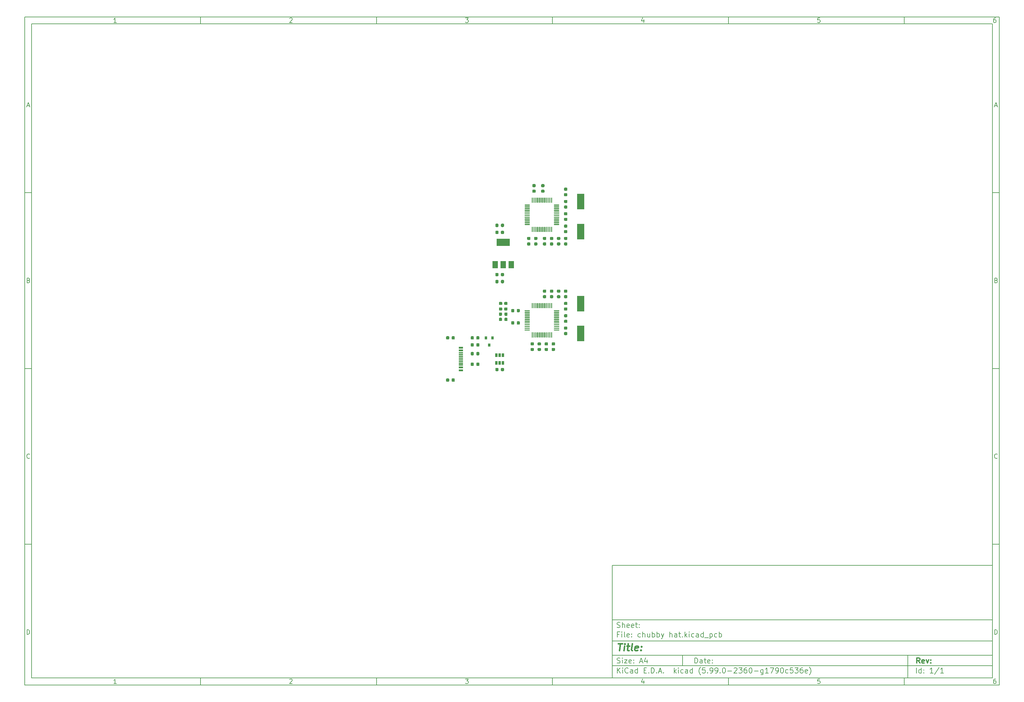
<source format=gbr>
%TF.GenerationSoftware,KiCad,Pcbnew,(5.99.0-2360-g1790c536e)*%
%TF.CreationDate,2020-08-29T16:27:00+02:00*%
%TF.ProjectId,chubby hat,63687562-6279-4206-9861-742e6b696361,rev?*%
%TF.SameCoordinates,Original*%
%TF.FileFunction,Paste,Bot*%
%TF.FilePolarity,Positive*%
%FSLAX46Y46*%
G04 Gerber Fmt 4.6, Leading zero omitted, Abs format (unit mm)*
G04 Created by KiCad (PCBNEW (5.99.0-2360-g1790c536e)) date 2020-08-29 16:27:00*
%MOMM*%
%LPD*%
G01*
G04 APERTURE LIST*
%ADD10C,0.000000*%
%ADD11C,0.150000*%
%ADD12C,0.300000*%
%ADD13C,0.400000*%
%ADD14R,1.500000X2.000000*%
%ADD15R,3.800000X2.000000*%
%ADD16R,2.000000X4.500000*%
%ADD17R,0.800000X0.900000*%
%ADD18R,0.650000X1.060000*%
%ADD19R,1.160000X0.300000*%
%ADD20R,1.160000X0.600000*%
G04 APERTURE END LIST*
D10*
D11*
X177002200Y-166007200D02*
X177002200Y-198007200D01*
X285002200Y-198007200D01*
X285002200Y-166007200D01*
X177002200Y-166007200D01*
D10*
D11*
X10000000Y-10000000D02*
X10000000Y-200007200D01*
X287002200Y-200007200D01*
X287002200Y-10000000D01*
X10000000Y-10000000D01*
D10*
D11*
X12000000Y-12000000D02*
X12000000Y-198007200D01*
X285002200Y-198007200D01*
X285002200Y-12000000D01*
X12000000Y-12000000D01*
D10*
D11*
X60000000Y-12000000D02*
X60000000Y-10000000D01*
D10*
D11*
X110000000Y-12000000D02*
X110000000Y-10000000D01*
D10*
D11*
X160000000Y-12000000D02*
X160000000Y-10000000D01*
D10*
D11*
X210000000Y-12000000D02*
X210000000Y-10000000D01*
D10*
D11*
X260000000Y-12000000D02*
X260000000Y-10000000D01*
D10*
D11*
X36065476Y-11588095D02*
X35322619Y-11588095D01*
X35694047Y-11588095D02*
X35694047Y-10288095D01*
X35570238Y-10473809D01*
X35446428Y-10597619D01*
X35322619Y-10659523D01*
D10*
D11*
X85322619Y-10411904D02*
X85384523Y-10350000D01*
X85508333Y-10288095D01*
X85817857Y-10288095D01*
X85941666Y-10350000D01*
X86003571Y-10411904D01*
X86065476Y-10535714D01*
X86065476Y-10659523D01*
X86003571Y-10845238D01*
X85260714Y-11588095D01*
X86065476Y-11588095D01*
D10*
D11*
X135260714Y-10288095D02*
X136065476Y-10288095D01*
X135632142Y-10783333D01*
X135817857Y-10783333D01*
X135941666Y-10845238D01*
X136003571Y-10907142D01*
X136065476Y-11030952D01*
X136065476Y-11340476D01*
X136003571Y-11464285D01*
X135941666Y-11526190D01*
X135817857Y-11588095D01*
X135446428Y-11588095D01*
X135322619Y-11526190D01*
X135260714Y-11464285D01*
D10*
D11*
X185941666Y-10721428D02*
X185941666Y-11588095D01*
X185632142Y-10226190D02*
X185322619Y-11154761D01*
X186127380Y-11154761D01*
D10*
D11*
X236003571Y-10288095D02*
X235384523Y-10288095D01*
X235322619Y-10907142D01*
X235384523Y-10845238D01*
X235508333Y-10783333D01*
X235817857Y-10783333D01*
X235941666Y-10845238D01*
X236003571Y-10907142D01*
X236065476Y-11030952D01*
X236065476Y-11340476D01*
X236003571Y-11464285D01*
X235941666Y-11526190D01*
X235817857Y-11588095D01*
X235508333Y-11588095D01*
X235384523Y-11526190D01*
X235322619Y-11464285D01*
D10*
D11*
X285941666Y-10288095D02*
X285694047Y-10288095D01*
X285570238Y-10350000D01*
X285508333Y-10411904D01*
X285384523Y-10597619D01*
X285322619Y-10845238D01*
X285322619Y-11340476D01*
X285384523Y-11464285D01*
X285446428Y-11526190D01*
X285570238Y-11588095D01*
X285817857Y-11588095D01*
X285941666Y-11526190D01*
X286003571Y-11464285D01*
X286065476Y-11340476D01*
X286065476Y-11030952D01*
X286003571Y-10907142D01*
X285941666Y-10845238D01*
X285817857Y-10783333D01*
X285570238Y-10783333D01*
X285446428Y-10845238D01*
X285384523Y-10907142D01*
X285322619Y-11030952D01*
D10*
D11*
X60000000Y-198007200D02*
X60000000Y-200007200D01*
D10*
D11*
X110000000Y-198007200D02*
X110000000Y-200007200D01*
D10*
D11*
X160000000Y-198007200D02*
X160000000Y-200007200D01*
D10*
D11*
X210000000Y-198007200D02*
X210000000Y-200007200D01*
D10*
D11*
X260000000Y-198007200D02*
X260000000Y-200007200D01*
D10*
D11*
X36065476Y-199595295D02*
X35322619Y-199595295D01*
X35694047Y-199595295D02*
X35694047Y-198295295D01*
X35570238Y-198481009D01*
X35446428Y-198604819D01*
X35322619Y-198666723D01*
D10*
D11*
X85322619Y-198419104D02*
X85384523Y-198357200D01*
X85508333Y-198295295D01*
X85817857Y-198295295D01*
X85941666Y-198357200D01*
X86003571Y-198419104D01*
X86065476Y-198542914D01*
X86065476Y-198666723D01*
X86003571Y-198852438D01*
X85260714Y-199595295D01*
X86065476Y-199595295D01*
D10*
D11*
X135260714Y-198295295D02*
X136065476Y-198295295D01*
X135632142Y-198790533D01*
X135817857Y-198790533D01*
X135941666Y-198852438D01*
X136003571Y-198914342D01*
X136065476Y-199038152D01*
X136065476Y-199347676D01*
X136003571Y-199471485D01*
X135941666Y-199533390D01*
X135817857Y-199595295D01*
X135446428Y-199595295D01*
X135322619Y-199533390D01*
X135260714Y-199471485D01*
D10*
D11*
X185941666Y-198728628D02*
X185941666Y-199595295D01*
X185632142Y-198233390D02*
X185322619Y-199161961D01*
X186127380Y-199161961D01*
D10*
D11*
X236003571Y-198295295D02*
X235384523Y-198295295D01*
X235322619Y-198914342D01*
X235384523Y-198852438D01*
X235508333Y-198790533D01*
X235817857Y-198790533D01*
X235941666Y-198852438D01*
X236003571Y-198914342D01*
X236065476Y-199038152D01*
X236065476Y-199347676D01*
X236003571Y-199471485D01*
X235941666Y-199533390D01*
X235817857Y-199595295D01*
X235508333Y-199595295D01*
X235384523Y-199533390D01*
X235322619Y-199471485D01*
D10*
D11*
X285941666Y-198295295D02*
X285694047Y-198295295D01*
X285570238Y-198357200D01*
X285508333Y-198419104D01*
X285384523Y-198604819D01*
X285322619Y-198852438D01*
X285322619Y-199347676D01*
X285384523Y-199471485D01*
X285446428Y-199533390D01*
X285570238Y-199595295D01*
X285817857Y-199595295D01*
X285941666Y-199533390D01*
X286003571Y-199471485D01*
X286065476Y-199347676D01*
X286065476Y-199038152D01*
X286003571Y-198914342D01*
X285941666Y-198852438D01*
X285817857Y-198790533D01*
X285570238Y-198790533D01*
X285446428Y-198852438D01*
X285384523Y-198914342D01*
X285322619Y-199038152D01*
D10*
D11*
X10000000Y-60000000D02*
X12000000Y-60000000D01*
D10*
D11*
X10000000Y-110000000D02*
X12000000Y-110000000D01*
D10*
D11*
X10000000Y-160000000D02*
X12000000Y-160000000D01*
D10*
D11*
X10690476Y-35216666D02*
X11309523Y-35216666D01*
X10566666Y-35588095D02*
X11000000Y-34288095D01*
X11433333Y-35588095D01*
D10*
D11*
X11092857Y-84907142D02*
X11278571Y-84969047D01*
X11340476Y-85030952D01*
X11402380Y-85154761D01*
X11402380Y-85340476D01*
X11340476Y-85464285D01*
X11278571Y-85526190D01*
X11154761Y-85588095D01*
X10659523Y-85588095D01*
X10659523Y-84288095D01*
X11092857Y-84288095D01*
X11216666Y-84350000D01*
X11278571Y-84411904D01*
X11340476Y-84535714D01*
X11340476Y-84659523D01*
X11278571Y-84783333D01*
X11216666Y-84845238D01*
X11092857Y-84907142D01*
X10659523Y-84907142D01*
D10*
D11*
X11402380Y-135464285D02*
X11340476Y-135526190D01*
X11154761Y-135588095D01*
X11030952Y-135588095D01*
X10845238Y-135526190D01*
X10721428Y-135402380D01*
X10659523Y-135278571D01*
X10597619Y-135030952D01*
X10597619Y-134845238D01*
X10659523Y-134597619D01*
X10721428Y-134473809D01*
X10845238Y-134350000D01*
X11030952Y-134288095D01*
X11154761Y-134288095D01*
X11340476Y-134350000D01*
X11402380Y-134411904D01*
D10*
D11*
X10659523Y-185588095D02*
X10659523Y-184288095D01*
X10969047Y-184288095D01*
X11154761Y-184350000D01*
X11278571Y-184473809D01*
X11340476Y-184597619D01*
X11402380Y-184845238D01*
X11402380Y-185030952D01*
X11340476Y-185278571D01*
X11278571Y-185402380D01*
X11154761Y-185526190D01*
X10969047Y-185588095D01*
X10659523Y-185588095D01*
D10*
D11*
X287002200Y-60000000D02*
X285002200Y-60000000D01*
D10*
D11*
X287002200Y-110000000D02*
X285002200Y-110000000D01*
D10*
D11*
X287002200Y-160000000D02*
X285002200Y-160000000D01*
D10*
D11*
X285692676Y-35216666D02*
X286311723Y-35216666D01*
X285568866Y-35588095D02*
X286002200Y-34288095D01*
X286435533Y-35588095D01*
D10*
D11*
X286095057Y-84907142D02*
X286280771Y-84969047D01*
X286342676Y-85030952D01*
X286404580Y-85154761D01*
X286404580Y-85340476D01*
X286342676Y-85464285D01*
X286280771Y-85526190D01*
X286156961Y-85588095D01*
X285661723Y-85588095D01*
X285661723Y-84288095D01*
X286095057Y-84288095D01*
X286218866Y-84350000D01*
X286280771Y-84411904D01*
X286342676Y-84535714D01*
X286342676Y-84659523D01*
X286280771Y-84783333D01*
X286218866Y-84845238D01*
X286095057Y-84907142D01*
X285661723Y-84907142D01*
D10*
D11*
X286404580Y-135464285D02*
X286342676Y-135526190D01*
X286156961Y-135588095D01*
X286033152Y-135588095D01*
X285847438Y-135526190D01*
X285723628Y-135402380D01*
X285661723Y-135278571D01*
X285599819Y-135030952D01*
X285599819Y-134845238D01*
X285661723Y-134597619D01*
X285723628Y-134473809D01*
X285847438Y-134350000D01*
X286033152Y-134288095D01*
X286156961Y-134288095D01*
X286342676Y-134350000D01*
X286404580Y-134411904D01*
D10*
D11*
X285661723Y-185588095D02*
X285661723Y-184288095D01*
X285971247Y-184288095D01*
X286156961Y-184350000D01*
X286280771Y-184473809D01*
X286342676Y-184597619D01*
X286404580Y-184845238D01*
X286404580Y-185030952D01*
X286342676Y-185278571D01*
X286280771Y-185402380D01*
X286156961Y-185526190D01*
X285971247Y-185588095D01*
X285661723Y-185588095D01*
D10*
D11*
X200434342Y-193785771D02*
X200434342Y-192285771D01*
X200791485Y-192285771D01*
X201005771Y-192357200D01*
X201148628Y-192500057D01*
X201220057Y-192642914D01*
X201291485Y-192928628D01*
X201291485Y-193142914D01*
X201220057Y-193428628D01*
X201148628Y-193571485D01*
X201005771Y-193714342D01*
X200791485Y-193785771D01*
X200434342Y-193785771D01*
X202577200Y-193785771D02*
X202577200Y-193000057D01*
X202505771Y-192857200D01*
X202362914Y-192785771D01*
X202077200Y-192785771D01*
X201934342Y-192857200D01*
X202577200Y-193714342D02*
X202434342Y-193785771D01*
X202077200Y-193785771D01*
X201934342Y-193714342D01*
X201862914Y-193571485D01*
X201862914Y-193428628D01*
X201934342Y-193285771D01*
X202077200Y-193214342D01*
X202434342Y-193214342D01*
X202577200Y-193142914D01*
X203077200Y-192785771D02*
X203648628Y-192785771D01*
X203291485Y-192285771D02*
X203291485Y-193571485D01*
X203362914Y-193714342D01*
X203505771Y-193785771D01*
X203648628Y-193785771D01*
X204720057Y-193714342D02*
X204577200Y-193785771D01*
X204291485Y-193785771D01*
X204148628Y-193714342D01*
X204077200Y-193571485D01*
X204077200Y-193000057D01*
X204148628Y-192857200D01*
X204291485Y-192785771D01*
X204577200Y-192785771D01*
X204720057Y-192857200D01*
X204791485Y-193000057D01*
X204791485Y-193142914D01*
X204077200Y-193285771D01*
X205434342Y-193642914D02*
X205505771Y-193714342D01*
X205434342Y-193785771D01*
X205362914Y-193714342D01*
X205434342Y-193642914D01*
X205434342Y-193785771D01*
X205434342Y-192857200D02*
X205505771Y-192928628D01*
X205434342Y-193000057D01*
X205362914Y-192928628D01*
X205434342Y-192857200D01*
X205434342Y-193000057D01*
D10*
D11*
X177002200Y-194507200D02*
X285002200Y-194507200D01*
D10*
D11*
X178434342Y-196585771D02*
X178434342Y-195085771D01*
X179291485Y-196585771D02*
X178648628Y-195728628D01*
X179291485Y-195085771D02*
X178434342Y-195942914D01*
X179934342Y-196585771D02*
X179934342Y-195585771D01*
X179934342Y-195085771D02*
X179862914Y-195157200D01*
X179934342Y-195228628D01*
X180005771Y-195157200D01*
X179934342Y-195085771D01*
X179934342Y-195228628D01*
X181505771Y-196442914D02*
X181434342Y-196514342D01*
X181220057Y-196585771D01*
X181077200Y-196585771D01*
X180862914Y-196514342D01*
X180720057Y-196371485D01*
X180648628Y-196228628D01*
X180577200Y-195942914D01*
X180577200Y-195728628D01*
X180648628Y-195442914D01*
X180720057Y-195300057D01*
X180862914Y-195157200D01*
X181077200Y-195085771D01*
X181220057Y-195085771D01*
X181434342Y-195157200D01*
X181505771Y-195228628D01*
X182791485Y-196585771D02*
X182791485Y-195800057D01*
X182720057Y-195657200D01*
X182577200Y-195585771D01*
X182291485Y-195585771D01*
X182148628Y-195657200D01*
X182791485Y-196514342D02*
X182648628Y-196585771D01*
X182291485Y-196585771D01*
X182148628Y-196514342D01*
X182077200Y-196371485D01*
X182077200Y-196228628D01*
X182148628Y-196085771D01*
X182291485Y-196014342D01*
X182648628Y-196014342D01*
X182791485Y-195942914D01*
X184148628Y-196585771D02*
X184148628Y-195085771D01*
X184148628Y-196514342D02*
X184005771Y-196585771D01*
X183720057Y-196585771D01*
X183577200Y-196514342D01*
X183505771Y-196442914D01*
X183434342Y-196300057D01*
X183434342Y-195871485D01*
X183505771Y-195728628D01*
X183577200Y-195657200D01*
X183720057Y-195585771D01*
X184005771Y-195585771D01*
X184148628Y-195657200D01*
X186005771Y-195800057D02*
X186505771Y-195800057D01*
X186720057Y-196585771D02*
X186005771Y-196585771D01*
X186005771Y-195085771D01*
X186720057Y-195085771D01*
X187362914Y-196442914D02*
X187434342Y-196514342D01*
X187362914Y-196585771D01*
X187291485Y-196514342D01*
X187362914Y-196442914D01*
X187362914Y-196585771D01*
X188077200Y-196585771D02*
X188077200Y-195085771D01*
X188434342Y-195085771D01*
X188648628Y-195157200D01*
X188791485Y-195300057D01*
X188862914Y-195442914D01*
X188934342Y-195728628D01*
X188934342Y-195942914D01*
X188862914Y-196228628D01*
X188791485Y-196371485D01*
X188648628Y-196514342D01*
X188434342Y-196585771D01*
X188077200Y-196585771D01*
X189577200Y-196442914D02*
X189648628Y-196514342D01*
X189577200Y-196585771D01*
X189505771Y-196514342D01*
X189577200Y-196442914D01*
X189577200Y-196585771D01*
X190220057Y-196157200D02*
X190934342Y-196157200D01*
X190077200Y-196585771D02*
X190577200Y-195085771D01*
X191077200Y-196585771D01*
X191577200Y-196442914D02*
X191648628Y-196514342D01*
X191577200Y-196585771D01*
X191505771Y-196514342D01*
X191577200Y-196442914D01*
X191577200Y-196585771D01*
X194577200Y-196585771D02*
X194577200Y-195085771D01*
X194720057Y-196014342D02*
X195148628Y-196585771D01*
X195148628Y-195585771D02*
X194577200Y-196157200D01*
X195791485Y-196585771D02*
X195791485Y-195585771D01*
X195791485Y-195085771D02*
X195720057Y-195157200D01*
X195791485Y-195228628D01*
X195862914Y-195157200D01*
X195791485Y-195085771D01*
X195791485Y-195228628D01*
X197148628Y-196514342D02*
X197005771Y-196585771D01*
X196720057Y-196585771D01*
X196577200Y-196514342D01*
X196505771Y-196442914D01*
X196434342Y-196300057D01*
X196434342Y-195871485D01*
X196505771Y-195728628D01*
X196577200Y-195657200D01*
X196720057Y-195585771D01*
X197005771Y-195585771D01*
X197148628Y-195657200D01*
X198434342Y-196585771D02*
X198434342Y-195800057D01*
X198362914Y-195657200D01*
X198220057Y-195585771D01*
X197934342Y-195585771D01*
X197791485Y-195657200D01*
X198434342Y-196514342D02*
X198291485Y-196585771D01*
X197934342Y-196585771D01*
X197791485Y-196514342D01*
X197720057Y-196371485D01*
X197720057Y-196228628D01*
X197791485Y-196085771D01*
X197934342Y-196014342D01*
X198291485Y-196014342D01*
X198434342Y-195942914D01*
X199791485Y-196585771D02*
X199791485Y-195085771D01*
X199791485Y-196514342D02*
X199648628Y-196585771D01*
X199362914Y-196585771D01*
X199220057Y-196514342D01*
X199148628Y-196442914D01*
X199077200Y-196300057D01*
X199077200Y-195871485D01*
X199148628Y-195728628D01*
X199220057Y-195657200D01*
X199362914Y-195585771D01*
X199648628Y-195585771D01*
X199791485Y-195657200D01*
X202077200Y-197157200D02*
X202005771Y-197085771D01*
X201862914Y-196871485D01*
X201791485Y-196728628D01*
X201720057Y-196514342D01*
X201648628Y-196157200D01*
X201648628Y-195871485D01*
X201720057Y-195514342D01*
X201791485Y-195300057D01*
X201862914Y-195157200D01*
X202005771Y-194942914D01*
X202077200Y-194871485D01*
X203362914Y-195085771D02*
X202648628Y-195085771D01*
X202577200Y-195800057D01*
X202648628Y-195728628D01*
X202791485Y-195657200D01*
X203148628Y-195657200D01*
X203291485Y-195728628D01*
X203362914Y-195800057D01*
X203434342Y-195942914D01*
X203434342Y-196300057D01*
X203362914Y-196442914D01*
X203291485Y-196514342D01*
X203148628Y-196585771D01*
X202791485Y-196585771D01*
X202648628Y-196514342D01*
X202577200Y-196442914D01*
X204077200Y-196442914D02*
X204148628Y-196514342D01*
X204077200Y-196585771D01*
X204005771Y-196514342D01*
X204077200Y-196442914D01*
X204077200Y-196585771D01*
X204862914Y-196585771D02*
X205148628Y-196585771D01*
X205291485Y-196514342D01*
X205362914Y-196442914D01*
X205505771Y-196228628D01*
X205577200Y-195942914D01*
X205577200Y-195371485D01*
X205505771Y-195228628D01*
X205434342Y-195157200D01*
X205291485Y-195085771D01*
X205005771Y-195085771D01*
X204862914Y-195157200D01*
X204791485Y-195228628D01*
X204720057Y-195371485D01*
X204720057Y-195728628D01*
X204791485Y-195871485D01*
X204862914Y-195942914D01*
X205005771Y-196014342D01*
X205291485Y-196014342D01*
X205434342Y-195942914D01*
X205505771Y-195871485D01*
X205577200Y-195728628D01*
X206291485Y-196585771D02*
X206577200Y-196585771D01*
X206720057Y-196514342D01*
X206791485Y-196442914D01*
X206934342Y-196228628D01*
X207005771Y-195942914D01*
X207005771Y-195371485D01*
X206934342Y-195228628D01*
X206862914Y-195157200D01*
X206720057Y-195085771D01*
X206434342Y-195085771D01*
X206291485Y-195157200D01*
X206220057Y-195228628D01*
X206148628Y-195371485D01*
X206148628Y-195728628D01*
X206220057Y-195871485D01*
X206291485Y-195942914D01*
X206434342Y-196014342D01*
X206720057Y-196014342D01*
X206862914Y-195942914D01*
X206934342Y-195871485D01*
X207005771Y-195728628D01*
X207648628Y-196442914D02*
X207720057Y-196514342D01*
X207648628Y-196585771D01*
X207577200Y-196514342D01*
X207648628Y-196442914D01*
X207648628Y-196585771D01*
X208648628Y-195085771D02*
X208791485Y-195085771D01*
X208934342Y-195157200D01*
X209005771Y-195228628D01*
X209077200Y-195371485D01*
X209148628Y-195657200D01*
X209148628Y-196014342D01*
X209077200Y-196300057D01*
X209005771Y-196442914D01*
X208934342Y-196514342D01*
X208791485Y-196585771D01*
X208648628Y-196585771D01*
X208505771Y-196514342D01*
X208434342Y-196442914D01*
X208362914Y-196300057D01*
X208291485Y-196014342D01*
X208291485Y-195657200D01*
X208362914Y-195371485D01*
X208434342Y-195228628D01*
X208505771Y-195157200D01*
X208648628Y-195085771D01*
X209791485Y-196014342D02*
X210934342Y-196014342D01*
X211577200Y-195228628D02*
X211648628Y-195157200D01*
X211791485Y-195085771D01*
X212148628Y-195085771D01*
X212291485Y-195157200D01*
X212362914Y-195228628D01*
X212434342Y-195371485D01*
X212434342Y-195514342D01*
X212362914Y-195728628D01*
X211505771Y-196585771D01*
X212434342Y-196585771D01*
X212934342Y-195085771D02*
X213862914Y-195085771D01*
X213362914Y-195657200D01*
X213577200Y-195657200D01*
X213720057Y-195728628D01*
X213791485Y-195800057D01*
X213862914Y-195942914D01*
X213862914Y-196300057D01*
X213791485Y-196442914D01*
X213720057Y-196514342D01*
X213577200Y-196585771D01*
X213148628Y-196585771D01*
X213005771Y-196514342D01*
X212934342Y-196442914D01*
X215148628Y-195085771D02*
X214862914Y-195085771D01*
X214720057Y-195157200D01*
X214648628Y-195228628D01*
X214505771Y-195442914D01*
X214434342Y-195728628D01*
X214434342Y-196300057D01*
X214505771Y-196442914D01*
X214577200Y-196514342D01*
X214720057Y-196585771D01*
X215005771Y-196585771D01*
X215148628Y-196514342D01*
X215220057Y-196442914D01*
X215291485Y-196300057D01*
X215291485Y-195942914D01*
X215220057Y-195800057D01*
X215148628Y-195728628D01*
X215005771Y-195657200D01*
X214720057Y-195657200D01*
X214577200Y-195728628D01*
X214505771Y-195800057D01*
X214434342Y-195942914D01*
X216220057Y-195085771D02*
X216362914Y-195085771D01*
X216505771Y-195157200D01*
X216577200Y-195228628D01*
X216648628Y-195371485D01*
X216720057Y-195657200D01*
X216720057Y-196014342D01*
X216648628Y-196300057D01*
X216577200Y-196442914D01*
X216505771Y-196514342D01*
X216362914Y-196585771D01*
X216220057Y-196585771D01*
X216077200Y-196514342D01*
X216005771Y-196442914D01*
X215934342Y-196300057D01*
X215862914Y-196014342D01*
X215862914Y-195657200D01*
X215934342Y-195371485D01*
X216005771Y-195228628D01*
X216077200Y-195157200D01*
X216220057Y-195085771D01*
X217362914Y-196014342D02*
X218505771Y-196014342D01*
X219862914Y-195585771D02*
X219862914Y-196800057D01*
X219791485Y-196942914D01*
X219720057Y-197014342D01*
X219577200Y-197085771D01*
X219362914Y-197085771D01*
X219220057Y-197014342D01*
X219862914Y-196514342D02*
X219720057Y-196585771D01*
X219434342Y-196585771D01*
X219291485Y-196514342D01*
X219220057Y-196442914D01*
X219148628Y-196300057D01*
X219148628Y-195871485D01*
X219220057Y-195728628D01*
X219291485Y-195657200D01*
X219434342Y-195585771D01*
X219720057Y-195585771D01*
X219862914Y-195657200D01*
X221362914Y-196585771D02*
X220505771Y-196585771D01*
X220934342Y-196585771D02*
X220934342Y-195085771D01*
X220791485Y-195300057D01*
X220648628Y-195442914D01*
X220505771Y-195514342D01*
X221862914Y-195085771D02*
X222862914Y-195085771D01*
X222220057Y-196585771D01*
X223505771Y-196585771D02*
X223791485Y-196585771D01*
X223934342Y-196514342D01*
X224005771Y-196442914D01*
X224148628Y-196228628D01*
X224220057Y-195942914D01*
X224220057Y-195371485D01*
X224148628Y-195228628D01*
X224077200Y-195157200D01*
X223934342Y-195085771D01*
X223648628Y-195085771D01*
X223505771Y-195157200D01*
X223434342Y-195228628D01*
X223362914Y-195371485D01*
X223362914Y-195728628D01*
X223434342Y-195871485D01*
X223505771Y-195942914D01*
X223648628Y-196014342D01*
X223934342Y-196014342D01*
X224077200Y-195942914D01*
X224148628Y-195871485D01*
X224220057Y-195728628D01*
X225148628Y-195085771D02*
X225291485Y-195085771D01*
X225434342Y-195157200D01*
X225505771Y-195228628D01*
X225577200Y-195371485D01*
X225648628Y-195657200D01*
X225648628Y-196014342D01*
X225577200Y-196300057D01*
X225505771Y-196442914D01*
X225434342Y-196514342D01*
X225291485Y-196585771D01*
X225148628Y-196585771D01*
X225005771Y-196514342D01*
X224934342Y-196442914D01*
X224862914Y-196300057D01*
X224791485Y-196014342D01*
X224791485Y-195657200D01*
X224862914Y-195371485D01*
X224934342Y-195228628D01*
X225005771Y-195157200D01*
X225148628Y-195085771D01*
X226934342Y-196514342D02*
X226791485Y-196585771D01*
X226505771Y-196585771D01*
X226362914Y-196514342D01*
X226291485Y-196442914D01*
X226220057Y-196300057D01*
X226220057Y-195871485D01*
X226291485Y-195728628D01*
X226362914Y-195657200D01*
X226505771Y-195585771D01*
X226791485Y-195585771D01*
X226934342Y-195657200D01*
X228291485Y-195085771D02*
X227577199Y-195085771D01*
X227505771Y-195800057D01*
X227577199Y-195728628D01*
X227720057Y-195657200D01*
X228077199Y-195657200D01*
X228220057Y-195728628D01*
X228291485Y-195800057D01*
X228362914Y-195942914D01*
X228362914Y-196300057D01*
X228291485Y-196442914D01*
X228220057Y-196514342D01*
X228077199Y-196585771D01*
X227720057Y-196585771D01*
X227577199Y-196514342D01*
X227505771Y-196442914D01*
X228862914Y-195085771D02*
X229791485Y-195085771D01*
X229291485Y-195657200D01*
X229505771Y-195657200D01*
X229648628Y-195728628D01*
X229720057Y-195800057D01*
X229791485Y-195942914D01*
X229791485Y-196300057D01*
X229720057Y-196442914D01*
X229648628Y-196514342D01*
X229505771Y-196585771D01*
X229077199Y-196585771D01*
X228934342Y-196514342D01*
X228862914Y-196442914D01*
X231077199Y-195085771D02*
X230791485Y-195085771D01*
X230648628Y-195157200D01*
X230577199Y-195228628D01*
X230434342Y-195442914D01*
X230362914Y-195728628D01*
X230362914Y-196300057D01*
X230434342Y-196442914D01*
X230505771Y-196514342D01*
X230648628Y-196585771D01*
X230934342Y-196585771D01*
X231077199Y-196514342D01*
X231148628Y-196442914D01*
X231220057Y-196300057D01*
X231220057Y-195942914D01*
X231148628Y-195800057D01*
X231077199Y-195728628D01*
X230934342Y-195657200D01*
X230648628Y-195657200D01*
X230505771Y-195728628D01*
X230434342Y-195800057D01*
X230362914Y-195942914D01*
X232434342Y-196514342D02*
X232291485Y-196585771D01*
X232005771Y-196585771D01*
X231862914Y-196514342D01*
X231791485Y-196371485D01*
X231791485Y-195800057D01*
X231862914Y-195657200D01*
X232005771Y-195585771D01*
X232291485Y-195585771D01*
X232434342Y-195657200D01*
X232505771Y-195800057D01*
X232505771Y-195942914D01*
X231791485Y-196085771D01*
X233005771Y-197157200D02*
X233077199Y-197085771D01*
X233220057Y-196871485D01*
X233291485Y-196728628D01*
X233362914Y-196514342D01*
X233434342Y-196157200D01*
X233434342Y-195871485D01*
X233362914Y-195514342D01*
X233291485Y-195300057D01*
X233220057Y-195157200D01*
X233077199Y-194942914D01*
X233005771Y-194871485D01*
D10*
D11*
X177002200Y-191507200D02*
X285002200Y-191507200D01*
D10*
D12*
X264411485Y-193785771D02*
X263911485Y-193071485D01*
X263554342Y-193785771D02*
X263554342Y-192285771D01*
X264125771Y-192285771D01*
X264268628Y-192357200D01*
X264340057Y-192428628D01*
X264411485Y-192571485D01*
X264411485Y-192785771D01*
X264340057Y-192928628D01*
X264268628Y-193000057D01*
X264125771Y-193071485D01*
X263554342Y-193071485D01*
X265625771Y-193714342D02*
X265482914Y-193785771D01*
X265197200Y-193785771D01*
X265054342Y-193714342D01*
X264982914Y-193571485D01*
X264982914Y-193000057D01*
X265054342Y-192857200D01*
X265197200Y-192785771D01*
X265482914Y-192785771D01*
X265625771Y-192857200D01*
X265697200Y-193000057D01*
X265697200Y-193142914D01*
X264982914Y-193285771D01*
X266197200Y-192785771D02*
X266554342Y-193785771D01*
X266911485Y-192785771D01*
X267482914Y-193642914D02*
X267554342Y-193714342D01*
X267482914Y-193785771D01*
X267411485Y-193714342D01*
X267482914Y-193642914D01*
X267482914Y-193785771D01*
X267482914Y-192857200D02*
X267554342Y-192928628D01*
X267482914Y-193000057D01*
X267411485Y-192928628D01*
X267482914Y-192857200D01*
X267482914Y-193000057D01*
D10*
D11*
X178362914Y-193714342D02*
X178577200Y-193785771D01*
X178934342Y-193785771D01*
X179077200Y-193714342D01*
X179148628Y-193642914D01*
X179220057Y-193500057D01*
X179220057Y-193357200D01*
X179148628Y-193214342D01*
X179077200Y-193142914D01*
X178934342Y-193071485D01*
X178648628Y-193000057D01*
X178505771Y-192928628D01*
X178434342Y-192857200D01*
X178362914Y-192714342D01*
X178362914Y-192571485D01*
X178434342Y-192428628D01*
X178505771Y-192357200D01*
X178648628Y-192285771D01*
X179005771Y-192285771D01*
X179220057Y-192357200D01*
X179862914Y-193785771D02*
X179862914Y-192785771D01*
X179862914Y-192285771D02*
X179791485Y-192357200D01*
X179862914Y-192428628D01*
X179934342Y-192357200D01*
X179862914Y-192285771D01*
X179862914Y-192428628D01*
X180434342Y-192785771D02*
X181220057Y-192785771D01*
X180434342Y-193785771D01*
X181220057Y-193785771D01*
X182362914Y-193714342D02*
X182220057Y-193785771D01*
X181934342Y-193785771D01*
X181791485Y-193714342D01*
X181720057Y-193571485D01*
X181720057Y-193000057D01*
X181791485Y-192857200D01*
X181934342Y-192785771D01*
X182220057Y-192785771D01*
X182362914Y-192857200D01*
X182434342Y-193000057D01*
X182434342Y-193142914D01*
X181720057Y-193285771D01*
X183077200Y-193642914D02*
X183148628Y-193714342D01*
X183077200Y-193785771D01*
X183005771Y-193714342D01*
X183077200Y-193642914D01*
X183077200Y-193785771D01*
X183077200Y-192857200D02*
X183148628Y-192928628D01*
X183077200Y-193000057D01*
X183005771Y-192928628D01*
X183077200Y-192857200D01*
X183077200Y-193000057D01*
X184862914Y-193357200D02*
X185577200Y-193357200D01*
X184720057Y-193785771D02*
X185220057Y-192285771D01*
X185720057Y-193785771D01*
X186862914Y-192785771D02*
X186862914Y-193785771D01*
X186505771Y-192214342D02*
X186148628Y-193285771D01*
X187077200Y-193285771D01*
D10*
D11*
X263434342Y-196585771D02*
X263434342Y-195085771D01*
X264791485Y-196585771D02*
X264791485Y-195085771D01*
X264791485Y-196514342D02*
X264648628Y-196585771D01*
X264362914Y-196585771D01*
X264220057Y-196514342D01*
X264148628Y-196442914D01*
X264077200Y-196300057D01*
X264077200Y-195871485D01*
X264148628Y-195728628D01*
X264220057Y-195657200D01*
X264362914Y-195585771D01*
X264648628Y-195585771D01*
X264791485Y-195657200D01*
X265505771Y-196442914D02*
X265577200Y-196514342D01*
X265505771Y-196585771D01*
X265434342Y-196514342D01*
X265505771Y-196442914D01*
X265505771Y-196585771D01*
X265505771Y-195657200D02*
X265577200Y-195728628D01*
X265505771Y-195800057D01*
X265434342Y-195728628D01*
X265505771Y-195657200D01*
X265505771Y-195800057D01*
X268148628Y-196585771D02*
X267291485Y-196585771D01*
X267720057Y-196585771D02*
X267720057Y-195085771D01*
X267577200Y-195300057D01*
X267434342Y-195442914D01*
X267291485Y-195514342D01*
X269862914Y-195014342D02*
X268577200Y-196942914D01*
X271148628Y-196585771D02*
X270291485Y-196585771D01*
X270720057Y-196585771D02*
X270720057Y-195085771D01*
X270577200Y-195300057D01*
X270434342Y-195442914D01*
X270291485Y-195514342D01*
D10*
D11*
X177002200Y-187507200D02*
X285002200Y-187507200D01*
D10*
D13*
X178714580Y-188211961D02*
X179857438Y-188211961D01*
X179036009Y-190211961D02*
X179286009Y-188211961D01*
X180274104Y-190211961D02*
X180440771Y-188878628D01*
X180524104Y-188211961D02*
X180416961Y-188307200D01*
X180500295Y-188402438D01*
X180607438Y-188307200D01*
X180524104Y-188211961D01*
X180500295Y-188402438D01*
X181107438Y-188878628D02*
X181869342Y-188878628D01*
X181476485Y-188211961D02*
X181262200Y-189926247D01*
X181333628Y-190116723D01*
X181512200Y-190211961D01*
X181702676Y-190211961D01*
X182655057Y-190211961D02*
X182476485Y-190116723D01*
X182405057Y-189926247D01*
X182619342Y-188211961D01*
X184190771Y-190116723D02*
X183988390Y-190211961D01*
X183607438Y-190211961D01*
X183428866Y-190116723D01*
X183357438Y-189926247D01*
X183452676Y-189164342D01*
X183571723Y-188973866D01*
X183774104Y-188878628D01*
X184155057Y-188878628D01*
X184333628Y-188973866D01*
X184405057Y-189164342D01*
X184381247Y-189354819D01*
X183405057Y-189545295D01*
X185155057Y-190021485D02*
X185238390Y-190116723D01*
X185131247Y-190211961D01*
X185047914Y-190116723D01*
X185155057Y-190021485D01*
X185131247Y-190211961D01*
X185286009Y-188973866D02*
X185369342Y-189069104D01*
X185262200Y-189164342D01*
X185178866Y-189069104D01*
X185286009Y-188973866D01*
X185262200Y-189164342D01*
D10*
D11*
X178934342Y-185600057D02*
X178434342Y-185600057D01*
X178434342Y-186385771D02*
X178434342Y-184885771D01*
X179148628Y-184885771D01*
X179720057Y-186385771D02*
X179720057Y-185385771D01*
X179720057Y-184885771D02*
X179648628Y-184957200D01*
X179720057Y-185028628D01*
X179791485Y-184957200D01*
X179720057Y-184885771D01*
X179720057Y-185028628D01*
X180648628Y-186385771D02*
X180505771Y-186314342D01*
X180434342Y-186171485D01*
X180434342Y-184885771D01*
X181791485Y-186314342D02*
X181648628Y-186385771D01*
X181362914Y-186385771D01*
X181220057Y-186314342D01*
X181148628Y-186171485D01*
X181148628Y-185600057D01*
X181220057Y-185457200D01*
X181362914Y-185385771D01*
X181648628Y-185385771D01*
X181791485Y-185457200D01*
X181862914Y-185600057D01*
X181862914Y-185742914D01*
X181148628Y-185885771D01*
X182505771Y-186242914D02*
X182577200Y-186314342D01*
X182505771Y-186385771D01*
X182434342Y-186314342D01*
X182505771Y-186242914D01*
X182505771Y-186385771D01*
X182505771Y-185457200D02*
X182577200Y-185528628D01*
X182505771Y-185600057D01*
X182434342Y-185528628D01*
X182505771Y-185457200D01*
X182505771Y-185600057D01*
X185005771Y-186314342D02*
X184862914Y-186385771D01*
X184577200Y-186385771D01*
X184434342Y-186314342D01*
X184362914Y-186242914D01*
X184291485Y-186100057D01*
X184291485Y-185671485D01*
X184362914Y-185528628D01*
X184434342Y-185457200D01*
X184577200Y-185385771D01*
X184862914Y-185385771D01*
X185005771Y-185457200D01*
X185648628Y-186385771D02*
X185648628Y-184885771D01*
X186291485Y-186385771D02*
X186291485Y-185600057D01*
X186220057Y-185457200D01*
X186077200Y-185385771D01*
X185862914Y-185385771D01*
X185720057Y-185457200D01*
X185648628Y-185528628D01*
X187648628Y-185385771D02*
X187648628Y-186385771D01*
X187005771Y-185385771D02*
X187005771Y-186171485D01*
X187077200Y-186314342D01*
X187220057Y-186385771D01*
X187434342Y-186385771D01*
X187577200Y-186314342D01*
X187648628Y-186242914D01*
X188362914Y-186385771D02*
X188362914Y-184885771D01*
X188362914Y-185457200D02*
X188505771Y-185385771D01*
X188791485Y-185385771D01*
X188934342Y-185457200D01*
X189005771Y-185528628D01*
X189077200Y-185671485D01*
X189077200Y-186100057D01*
X189005771Y-186242914D01*
X188934342Y-186314342D01*
X188791485Y-186385771D01*
X188505771Y-186385771D01*
X188362914Y-186314342D01*
X189720057Y-186385771D02*
X189720057Y-184885771D01*
X189720057Y-185457200D02*
X189862914Y-185385771D01*
X190148628Y-185385771D01*
X190291485Y-185457200D01*
X190362914Y-185528628D01*
X190434342Y-185671485D01*
X190434342Y-186100057D01*
X190362914Y-186242914D01*
X190291485Y-186314342D01*
X190148628Y-186385771D01*
X189862914Y-186385771D01*
X189720057Y-186314342D01*
X190934342Y-185385771D02*
X191291485Y-186385771D01*
X191648628Y-185385771D02*
X191291485Y-186385771D01*
X191148628Y-186742914D01*
X191077200Y-186814342D01*
X190934342Y-186885771D01*
X193362914Y-186385771D02*
X193362914Y-184885771D01*
X194005771Y-186385771D02*
X194005771Y-185600057D01*
X193934342Y-185457200D01*
X193791485Y-185385771D01*
X193577200Y-185385771D01*
X193434342Y-185457200D01*
X193362914Y-185528628D01*
X195362914Y-186385771D02*
X195362914Y-185600057D01*
X195291485Y-185457200D01*
X195148628Y-185385771D01*
X194862914Y-185385771D01*
X194720057Y-185457200D01*
X195362914Y-186314342D02*
X195220057Y-186385771D01*
X194862914Y-186385771D01*
X194720057Y-186314342D01*
X194648628Y-186171485D01*
X194648628Y-186028628D01*
X194720057Y-185885771D01*
X194862914Y-185814342D01*
X195220057Y-185814342D01*
X195362914Y-185742914D01*
X195862914Y-185385771D02*
X196434342Y-185385771D01*
X196077200Y-184885771D02*
X196077200Y-186171485D01*
X196148628Y-186314342D01*
X196291485Y-186385771D01*
X196434342Y-186385771D01*
X196934342Y-186242914D02*
X197005771Y-186314342D01*
X196934342Y-186385771D01*
X196862914Y-186314342D01*
X196934342Y-186242914D01*
X196934342Y-186385771D01*
X197648628Y-186385771D02*
X197648628Y-184885771D01*
X197791485Y-185814342D02*
X198220057Y-186385771D01*
X198220057Y-185385771D02*
X197648628Y-185957200D01*
X198862914Y-186385771D02*
X198862914Y-185385771D01*
X198862914Y-184885771D02*
X198791485Y-184957200D01*
X198862914Y-185028628D01*
X198934342Y-184957200D01*
X198862914Y-184885771D01*
X198862914Y-185028628D01*
X200220057Y-186314342D02*
X200077200Y-186385771D01*
X199791485Y-186385771D01*
X199648628Y-186314342D01*
X199577200Y-186242914D01*
X199505771Y-186100057D01*
X199505771Y-185671485D01*
X199577200Y-185528628D01*
X199648628Y-185457200D01*
X199791485Y-185385771D01*
X200077200Y-185385771D01*
X200220057Y-185457200D01*
X201505771Y-186385771D02*
X201505771Y-185600057D01*
X201434342Y-185457200D01*
X201291485Y-185385771D01*
X201005771Y-185385771D01*
X200862914Y-185457200D01*
X201505771Y-186314342D02*
X201362914Y-186385771D01*
X201005771Y-186385771D01*
X200862914Y-186314342D01*
X200791485Y-186171485D01*
X200791485Y-186028628D01*
X200862914Y-185885771D01*
X201005771Y-185814342D01*
X201362914Y-185814342D01*
X201505771Y-185742914D01*
X202862914Y-186385771D02*
X202862914Y-184885771D01*
X202862914Y-186314342D02*
X202720057Y-186385771D01*
X202434342Y-186385771D01*
X202291485Y-186314342D01*
X202220057Y-186242914D01*
X202148628Y-186100057D01*
X202148628Y-185671485D01*
X202220057Y-185528628D01*
X202291485Y-185457200D01*
X202434342Y-185385771D01*
X202720057Y-185385771D01*
X202862914Y-185457200D01*
X203220057Y-186528628D02*
X204362914Y-186528628D01*
X204720057Y-185385771D02*
X204720057Y-186885771D01*
X204720057Y-185457200D02*
X204862914Y-185385771D01*
X205148628Y-185385771D01*
X205291485Y-185457200D01*
X205362914Y-185528628D01*
X205434342Y-185671485D01*
X205434342Y-186100057D01*
X205362914Y-186242914D01*
X205291485Y-186314342D01*
X205148628Y-186385771D01*
X204862914Y-186385771D01*
X204720057Y-186314342D01*
X206720057Y-186314342D02*
X206577200Y-186385771D01*
X206291485Y-186385771D01*
X206148628Y-186314342D01*
X206077200Y-186242914D01*
X206005771Y-186100057D01*
X206005771Y-185671485D01*
X206077200Y-185528628D01*
X206148628Y-185457200D01*
X206291485Y-185385771D01*
X206577200Y-185385771D01*
X206720057Y-185457200D01*
X207362914Y-186385771D02*
X207362914Y-184885771D01*
X207362914Y-185457200D02*
X207505771Y-185385771D01*
X207791485Y-185385771D01*
X207934342Y-185457200D01*
X208005771Y-185528628D01*
X208077200Y-185671485D01*
X208077200Y-186100057D01*
X208005771Y-186242914D01*
X207934342Y-186314342D01*
X207791485Y-186385771D01*
X207505771Y-186385771D01*
X207362914Y-186314342D01*
D10*
D11*
X177002200Y-181507200D02*
X285002200Y-181507200D01*
D10*
D11*
X178362914Y-183614342D02*
X178577200Y-183685771D01*
X178934342Y-183685771D01*
X179077200Y-183614342D01*
X179148628Y-183542914D01*
X179220057Y-183400057D01*
X179220057Y-183257200D01*
X179148628Y-183114342D01*
X179077200Y-183042914D01*
X178934342Y-182971485D01*
X178648628Y-182900057D01*
X178505771Y-182828628D01*
X178434342Y-182757200D01*
X178362914Y-182614342D01*
X178362914Y-182471485D01*
X178434342Y-182328628D01*
X178505771Y-182257200D01*
X178648628Y-182185771D01*
X179005771Y-182185771D01*
X179220057Y-182257200D01*
X179862914Y-183685771D02*
X179862914Y-182185771D01*
X180505771Y-183685771D02*
X180505771Y-182900057D01*
X180434342Y-182757200D01*
X180291485Y-182685771D01*
X180077200Y-182685771D01*
X179934342Y-182757200D01*
X179862914Y-182828628D01*
X181791485Y-183614342D02*
X181648628Y-183685771D01*
X181362914Y-183685771D01*
X181220057Y-183614342D01*
X181148628Y-183471485D01*
X181148628Y-182900057D01*
X181220057Y-182757200D01*
X181362914Y-182685771D01*
X181648628Y-182685771D01*
X181791485Y-182757200D01*
X181862914Y-182900057D01*
X181862914Y-183042914D01*
X181148628Y-183185771D01*
X183077200Y-183614342D02*
X182934342Y-183685771D01*
X182648628Y-183685771D01*
X182505771Y-183614342D01*
X182434342Y-183471485D01*
X182434342Y-182900057D01*
X182505771Y-182757200D01*
X182648628Y-182685771D01*
X182934342Y-182685771D01*
X183077200Y-182757200D01*
X183148628Y-182900057D01*
X183148628Y-183042914D01*
X182434342Y-183185771D01*
X183577200Y-182685771D02*
X184148628Y-182685771D01*
X183791485Y-182185771D02*
X183791485Y-183471485D01*
X183862914Y-183614342D01*
X184005771Y-183685771D01*
X184148628Y-183685771D01*
X184648628Y-183542914D02*
X184720057Y-183614342D01*
X184648628Y-183685771D01*
X184577200Y-183614342D01*
X184648628Y-183542914D01*
X184648628Y-183685771D01*
X184648628Y-182757200D02*
X184720057Y-182828628D01*
X184648628Y-182900057D01*
X184577200Y-182828628D01*
X184648628Y-182757200D01*
X184648628Y-182900057D01*
D10*
D12*
D10*
D11*
D10*
D11*
D10*
D11*
D10*
D11*
D10*
D11*
X197002200Y-191507200D02*
X197002200Y-194507200D01*
D10*
D11*
X261002200Y-191507200D02*
X261002200Y-198007200D01*
%TO.C,C24*%
G36*
G01*
X163493750Y-60130000D02*
X164006250Y-60130000D01*
G75*
G02*
X164225000Y-60348750I0J-218750D01*
G01*
X164225000Y-60786250D01*
G75*
G02*
X164006250Y-61005000I-218750J0D01*
G01*
X163493750Y-61005000D01*
G75*
G02*
X163275000Y-60786250I0J218750D01*
G01*
X163275000Y-60348750D01*
G75*
G02*
X163493750Y-60130000I218750J0D01*
G01*
G37*
G36*
G01*
X163493750Y-58555000D02*
X164006250Y-58555000D01*
G75*
G02*
X164225000Y-58773750I0J-218750D01*
G01*
X164225000Y-59211250D01*
G75*
G02*
X164006250Y-59430000I-218750J0D01*
G01*
X163493750Y-59430000D01*
G75*
G02*
X163275000Y-59211250I0J218750D01*
G01*
X163275000Y-58773750D01*
G75*
G02*
X163493750Y-58555000I218750J0D01*
G01*
G37*
%TD*%
%TO.C,R15*%
G36*
G01*
X158006250Y-88430000D02*
X157493750Y-88430000D01*
G75*
G02*
X157275000Y-88211250I0J218750D01*
G01*
X157275000Y-87773750D01*
G75*
G02*
X157493750Y-87555000I218750J0D01*
G01*
X158006250Y-87555000D01*
G75*
G02*
X158225000Y-87773750I0J-218750D01*
G01*
X158225000Y-88211250D01*
G75*
G02*
X158006250Y-88430000I-218750J0D01*
G01*
G37*
G36*
G01*
X158006250Y-90005000D02*
X157493750Y-90005000D01*
G75*
G02*
X157275000Y-89786250I0J218750D01*
G01*
X157275000Y-89348750D01*
G75*
G02*
X157493750Y-89130000I218750J0D01*
G01*
X158006250Y-89130000D01*
G75*
G02*
X158225000Y-89348750I0J-218750D01*
G01*
X158225000Y-89786250D01*
G75*
G02*
X158006250Y-90005000I-218750J0D01*
G01*
G37*
%TD*%
%TO.C,C23*%
G36*
G01*
X159493750Y-89130000D02*
X160006250Y-89130000D01*
G75*
G02*
X160225000Y-89348750I0J-218750D01*
G01*
X160225000Y-89786250D01*
G75*
G02*
X160006250Y-90005000I-218750J0D01*
G01*
X159493750Y-90005000D01*
G75*
G02*
X159275000Y-89786250I0J218750D01*
G01*
X159275000Y-89348750D01*
G75*
G02*
X159493750Y-89130000I218750J0D01*
G01*
G37*
G36*
G01*
X159493750Y-87555000D02*
X160006250Y-87555000D01*
G75*
G02*
X160225000Y-87773750I0J-218750D01*
G01*
X160225000Y-88211250D01*
G75*
G02*
X160006250Y-88430000I-218750J0D01*
G01*
X159493750Y-88430000D01*
G75*
G02*
X159275000Y-88211250I0J218750D01*
G01*
X159275000Y-87773750D01*
G75*
G02*
X159493750Y-87555000I218750J0D01*
G01*
G37*
%TD*%
%TO.C,R20*%
G36*
G01*
X154493750Y-59130000D02*
X155006250Y-59130000D01*
G75*
G02*
X155225000Y-59348750I0J-218750D01*
G01*
X155225000Y-59786250D01*
G75*
G02*
X155006250Y-60005000I-218750J0D01*
G01*
X154493750Y-60005000D01*
G75*
G02*
X154275000Y-59786250I0J218750D01*
G01*
X154275000Y-59348750D01*
G75*
G02*
X154493750Y-59130000I218750J0D01*
G01*
G37*
G36*
G01*
X154493750Y-57555000D02*
X155006250Y-57555000D01*
G75*
G02*
X155225000Y-57773750I0J-218750D01*
G01*
X155225000Y-58211250D01*
G75*
G02*
X155006250Y-58430000I-218750J0D01*
G01*
X154493750Y-58430000D01*
G75*
G02*
X154275000Y-58211250I0J218750D01*
G01*
X154275000Y-57773750D01*
G75*
G02*
X154493750Y-57555000I218750J0D01*
G01*
G37*
%TD*%
%TO.C,R19*%
G36*
G01*
X155506250Y-73430000D02*
X154993750Y-73430000D01*
G75*
G02*
X154775000Y-73211250I0J218750D01*
G01*
X154775000Y-72773750D01*
G75*
G02*
X154993750Y-72555000I218750J0D01*
G01*
X155506250Y-72555000D01*
G75*
G02*
X155725000Y-72773750I0J-218750D01*
G01*
X155725000Y-73211250D01*
G75*
G02*
X155506250Y-73430000I-218750J0D01*
G01*
G37*
G36*
G01*
X155506250Y-75005000D02*
X154993750Y-75005000D01*
G75*
G02*
X154775000Y-74786250I0J218750D01*
G01*
X154775000Y-74348750D01*
G75*
G02*
X154993750Y-74130000I218750J0D01*
G01*
X155506250Y-74130000D01*
G75*
G02*
X155725000Y-74348750I0J-218750D01*
G01*
X155725000Y-74786250D01*
G75*
G02*
X155506250Y-75005000I-218750J0D01*
G01*
G37*
%TD*%
D14*
%TO.C,U4*%
X148300000Y-80430000D03*
X143700000Y-80430000D03*
X146000000Y-80430000D03*
D15*
X146000000Y-74130000D03*
%TD*%
%TO.C,U3*%
G36*
G01*
X161900000Y-93455000D02*
X161900000Y-93605000D01*
G75*
G02*
X161825000Y-93680000I-75000J0D01*
G01*
X160500000Y-93680000D01*
G75*
G02*
X160425000Y-93605000I0J75000D01*
G01*
X160425000Y-93455000D01*
G75*
G02*
X160500000Y-93380000I75000J0D01*
G01*
X161825000Y-93380000D01*
G75*
G02*
X161900000Y-93455000I0J-75000D01*
G01*
G37*
G36*
G01*
X161900000Y-93955000D02*
X161900000Y-94105000D01*
G75*
G02*
X161825000Y-94180000I-75000J0D01*
G01*
X160500000Y-94180000D01*
G75*
G02*
X160425000Y-94105000I0J75000D01*
G01*
X160425000Y-93955000D01*
G75*
G02*
X160500000Y-93880000I75000J0D01*
G01*
X161825000Y-93880000D01*
G75*
G02*
X161900000Y-93955000I0J-75000D01*
G01*
G37*
G36*
G01*
X161900000Y-94455000D02*
X161900000Y-94605000D01*
G75*
G02*
X161825000Y-94680000I-75000J0D01*
G01*
X160500000Y-94680000D01*
G75*
G02*
X160425000Y-94605000I0J75000D01*
G01*
X160425000Y-94455000D01*
G75*
G02*
X160500000Y-94380000I75000J0D01*
G01*
X161825000Y-94380000D01*
G75*
G02*
X161900000Y-94455000I0J-75000D01*
G01*
G37*
G36*
G01*
X161900000Y-94955000D02*
X161900000Y-95105000D01*
G75*
G02*
X161825000Y-95180000I-75000J0D01*
G01*
X160500000Y-95180000D01*
G75*
G02*
X160425000Y-95105000I0J75000D01*
G01*
X160425000Y-94955000D01*
G75*
G02*
X160500000Y-94880000I75000J0D01*
G01*
X161825000Y-94880000D01*
G75*
G02*
X161900000Y-94955000I0J-75000D01*
G01*
G37*
G36*
G01*
X161900000Y-95455000D02*
X161900000Y-95605000D01*
G75*
G02*
X161825000Y-95680000I-75000J0D01*
G01*
X160500000Y-95680000D01*
G75*
G02*
X160425000Y-95605000I0J75000D01*
G01*
X160425000Y-95455000D01*
G75*
G02*
X160500000Y-95380000I75000J0D01*
G01*
X161825000Y-95380000D01*
G75*
G02*
X161900000Y-95455000I0J-75000D01*
G01*
G37*
G36*
G01*
X161900000Y-95955000D02*
X161900000Y-96105000D01*
G75*
G02*
X161825000Y-96180000I-75000J0D01*
G01*
X160500000Y-96180000D01*
G75*
G02*
X160425000Y-96105000I0J75000D01*
G01*
X160425000Y-95955000D01*
G75*
G02*
X160500000Y-95880000I75000J0D01*
G01*
X161825000Y-95880000D01*
G75*
G02*
X161900000Y-95955000I0J-75000D01*
G01*
G37*
G36*
G01*
X161900000Y-96455000D02*
X161900000Y-96605000D01*
G75*
G02*
X161825000Y-96680000I-75000J0D01*
G01*
X160500000Y-96680000D01*
G75*
G02*
X160425000Y-96605000I0J75000D01*
G01*
X160425000Y-96455000D01*
G75*
G02*
X160500000Y-96380000I75000J0D01*
G01*
X161825000Y-96380000D01*
G75*
G02*
X161900000Y-96455000I0J-75000D01*
G01*
G37*
G36*
G01*
X161900000Y-96955000D02*
X161900000Y-97105000D01*
G75*
G02*
X161825000Y-97180000I-75000J0D01*
G01*
X160500000Y-97180000D01*
G75*
G02*
X160425000Y-97105000I0J75000D01*
G01*
X160425000Y-96955000D01*
G75*
G02*
X160500000Y-96880000I75000J0D01*
G01*
X161825000Y-96880000D01*
G75*
G02*
X161900000Y-96955000I0J-75000D01*
G01*
G37*
G36*
G01*
X161900000Y-97455000D02*
X161900000Y-97605000D01*
G75*
G02*
X161825000Y-97680000I-75000J0D01*
G01*
X160500000Y-97680000D01*
G75*
G02*
X160425000Y-97605000I0J75000D01*
G01*
X160425000Y-97455000D01*
G75*
G02*
X160500000Y-97380000I75000J0D01*
G01*
X161825000Y-97380000D01*
G75*
G02*
X161900000Y-97455000I0J-75000D01*
G01*
G37*
G36*
G01*
X161900000Y-97955000D02*
X161900000Y-98105000D01*
G75*
G02*
X161825000Y-98180000I-75000J0D01*
G01*
X160500000Y-98180000D01*
G75*
G02*
X160425000Y-98105000I0J75000D01*
G01*
X160425000Y-97955000D01*
G75*
G02*
X160500000Y-97880000I75000J0D01*
G01*
X161825000Y-97880000D01*
G75*
G02*
X161900000Y-97955000I0J-75000D01*
G01*
G37*
G36*
G01*
X161900000Y-98455000D02*
X161900000Y-98605000D01*
G75*
G02*
X161825000Y-98680000I-75000J0D01*
G01*
X160500000Y-98680000D01*
G75*
G02*
X160425000Y-98605000I0J75000D01*
G01*
X160425000Y-98455000D01*
G75*
G02*
X160500000Y-98380000I75000J0D01*
G01*
X161825000Y-98380000D01*
G75*
G02*
X161900000Y-98455000I0J-75000D01*
G01*
G37*
G36*
G01*
X161900000Y-98955000D02*
X161900000Y-99105000D01*
G75*
G02*
X161825000Y-99180000I-75000J0D01*
G01*
X160500000Y-99180000D01*
G75*
G02*
X160425000Y-99105000I0J75000D01*
G01*
X160425000Y-98955000D01*
G75*
G02*
X160500000Y-98880000I75000J0D01*
G01*
X161825000Y-98880000D01*
G75*
G02*
X161900000Y-98955000I0J-75000D01*
G01*
G37*
G36*
G01*
X159900000Y-99780000D02*
X159900000Y-101105000D01*
G75*
G02*
X159825000Y-101180000I-75000J0D01*
G01*
X159675000Y-101180000D01*
G75*
G02*
X159600000Y-101105000I0J75000D01*
G01*
X159600000Y-99780000D01*
G75*
G02*
X159675000Y-99705000I75000J0D01*
G01*
X159825000Y-99705000D01*
G75*
G02*
X159900000Y-99780000I0J-75000D01*
G01*
G37*
G36*
G01*
X159400000Y-99780000D02*
X159400000Y-101105000D01*
G75*
G02*
X159325000Y-101180000I-75000J0D01*
G01*
X159175000Y-101180000D01*
G75*
G02*
X159100000Y-101105000I0J75000D01*
G01*
X159100000Y-99780000D01*
G75*
G02*
X159175000Y-99705000I75000J0D01*
G01*
X159325000Y-99705000D01*
G75*
G02*
X159400000Y-99780000I0J-75000D01*
G01*
G37*
G36*
G01*
X158900000Y-99780000D02*
X158900000Y-101105000D01*
G75*
G02*
X158825000Y-101180000I-75000J0D01*
G01*
X158675000Y-101180000D01*
G75*
G02*
X158600000Y-101105000I0J75000D01*
G01*
X158600000Y-99780000D01*
G75*
G02*
X158675000Y-99705000I75000J0D01*
G01*
X158825000Y-99705000D01*
G75*
G02*
X158900000Y-99780000I0J-75000D01*
G01*
G37*
G36*
G01*
X158400000Y-99780000D02*
X158400000Y-101105000D01*
G75*
G02*
X158325000Y-101180000I-75000J0D01*
G01*
X158175000Y-101180000D01*
G75*
G02*
X158100000Y-101105000I0J75000D01*
G01*
X158100000Y-99780000D01*
G75*
G02*
X158175000Y-99705000I75000J0D01*
G01*
X158325000Y-99705000D01*
G75*
G02*
X158400000Y-99780000I0J-75000D01*
G01*
G37*
G36*
G01*
X157900000Y-99780000D02*
X157900000Y-101105000D01*
G75*
G02*
X157825000Y-101180000I-75000J0D01*
G01*
X157675000Y-101180000D01*
G75*
G02*
X157600000Y-101105000I0J75000D01*
G01*
X157600000Y-99780000D01*
G75*
G02*
X157675000Y-99705000I75000J0D01*
G01*
X157825000Y-99705000D01*
G75*
G02*
X157900000Y-99780000I0J-75000D01*
G01*
G37*
G36*
G01*
X157400000Y-99780000D02*
X157400000Y-101105000D01*
G75*
G02*
X157325000Y-101180000I-75000J0D01*
G01*
X157175000Y-101180000D01*
G75*
G02*
X157100000Y-101105000I0J75000D01*
G01*
X157100000Y-99780000D01*
G75*
G02*
X157175000Y-99705000I75000J0D01*
G01*
X157325000Y-99705000D01*
G75*
G02*
X157400000Y-99780000I0J-75000D01*
G01*
G37*
G36*
G01*
X156900000Y-99780000D02*
X156900000Y-101105000D01*
G75*
G02*
X156825000Y-101180000I-75000J0D01*
G01*
X156675000Y-101180000D01*
G75*
G02*
X156600000Y-101105000I0J75000D01*
G01*
X156600000Y-99780000D01*
G75*
G02*
X156675000Y-99705000I75000J0D01*
G01*
X156825000Y-99705000D01*
G75*
G02*
X156900000Y-99780000I0J-75000D01*
G01*
G37*
G36*
G01*
X156400000Y-99780000D02*
X156400000Y-101105000D01*
G75*
G02*
X156325000Y-101180000I-75000J0D01*
G01*
X156175000Y-101180000D01*
G75*
G02*
X156100000Y-101105000I0J75000D01*
G01*
X156100000Y-99780000D01*
G75*
G02*
X156175000Y-99705000I75000J0D01*
G01*
X156325000Y-99705000D01*
G75*
G02*
X156400000Y-99780000I0J-75000D01*
G01*
G37*
G36*
G01*
X155900000Y-99780000D02*
X155900000Y-101105000D01*
G75*
G02*
X155825000Y-101180000I-75000J0D01*
G01*
X155675000Y-101180000D01*
G75*
G02*
X155600000Y-101105000I0J75000D01*
G01*
X155600000Y-99780000D01*
G75*
G02*
X155675000Y-99705000I75000J0D01*
G01*
X155825000Y-99705000D01*
G75*
G02*
X155900000Y-99780000I0J-75000D01*
G01*
G37*
G36*
G01*
X155400000Y-99780000D02*
X155400000Y-101105000D01*
G75*
G02*
X155325000Y-101180000I-75000J0D01*
G01*
X155175000Y-101180000D01*
G75*
G02*
X155100000Y-101105000I0J75000D01*
G01*
X155100000Y-99780000D01*
G75*
G02*
X155175000Y-99705000I75000J0D01*
G01*
X155325000Y-99705000D01*
G75*
G02*
X155400000Y-99780000I0J-75000D01*
G01*
G37*
G36*
G01*
X154900000Y-99780000D02*
X154900000Y-101105000D01*
G75*
G02*
X154825000Y-101180000I-75000J0D01*
G01*
X154675000Y-101180000D01*
G75*
G02*
X154600000Y-101105000I0J75000D01*
G01*
X154600000Y-99780000D01*
G75*
G02*
X154675000Y-99705000I75000J0D01*
G01*
X154825000Y-99705000D01*
G75*
G02*
X154900000Y-99780000I0J-75000D01*
G01*
G37*
G36*
G01*
X154400000Y-99780000D02*
X154400000Y-101105000D01*
G75*
G02*
X154325000Y-101180000I-75000J0D01*
G01*
X154175000Y-101180000D01*
G75*
G02*
X154100000Y-101105000I0J75000D01*
G01*
X154100000Y-99780000D01*
G75*
G02*
X154175000Y-99705000I75000J0D01*
G01*
X154325000Y-99705000D01*
G75*
G02*
X154400000Y-99780000I0J-75000D01*
G01*
G37*
G36*
G01*
X153575000Y-98955000D02*
X153575000Y-99105000D01*
G75*
G02*
X153500000Y-99180000I-75000J0D01*
G01*
X152175000Y-99180000D01*
G75*
G02*
X152100000Y-99105000I0J75000D01*
G01*
X152100000Y-98955000D01*
G75*
G02*
X152175000Y-98880000I75000J0D01*
G01*
X153500000Y-98880000D01*
G75*
G02*
X153575000Y-98955000I0J-75000D01*
G01*
G37*
G36*
G01*
X153575000Y-98455000D02*
X153575000Y-98605000D01*
G75*
G02*
X153500000Y-98680000I-75000J0D01*
G01*
X152175000Y-98680000D01*
G75*
G02*
X152100000Y-98605000I0J75000D01*
G01*
X152100000Y-98455000D01*
G75*
G02*
X152175000Y-98380000I75000J0D01*
G01*
X153500000Y-98380000D01*
G75*
G02*
X153575000Y-98455000I0J-75000D01*
G01*
G37*
G36*
G01*
X153575000Y-97955000D02*
X153575000Y-98105000D01*
G75*
G02*
X153500000Y-98180000I-75000J0D01*
G01*
X152175000Y-98180000D01*
G75*
G02*
X152100000Y-98105000I0J75000D01*
G01*
X152100000Y-97955000D01*
G75*
G02*
X152175000Y-97880000I75000J0D01*
G01*
X153500000Y-97880000D01*
G75*
G02*
X153575000Y-97955000I0J-75000D01*
G01*
G37*
G36*
G01*
X153575000Y-97455000D02*
X153575000Y-97605000D01*
G75*
G02*
X153500000Y-97680000I-75000J0D01*
G01*
X152175000Y-97680000D01*
G75*
G02*
X152100000Y-97605000I0J75000D01*
G01*
X152100000Y-97455000D01*
G75*
G02*
X152175000Y-97380000I75000J0D01*
G01*
X153500000Y-97380000D01*
G75*
G02*
X153575000Y-97455000I0J-75000D01*
G01*
G37*
G36*
G01*
X153575000Y-96955000D02*
X153575000Y-97105000D01*
G75*
G02*
X153500000Y-97180000I-75000J0D01*
G01*
X152175000Y-97180000D01*
G75*
G02*
X152100000Y-97105000I0J75000D01*
G01*
X152100000Y-96955000D01*
G75*
G02*
X152175000Y-96880000I75000J0D01*
G01*
X153500000Y-96880000D01*
G75*
G02*
X153575000Y-96955000I0J-75000D01*
G01*
G37*
G36*
G01*
X153575000Y-96455000D02*
X153575000Y-96605000D01*
G75*
G02*
X153500000Y-96680000I-75000J0D01*
G01*
X152175000Y-96680000D01*
G75*
G02*
X152100000Y-96605000I0J75000D01*
G01*
X152100000Y-96455000D01*
G75*
G02*
X152175000Y-96380000I75000J0D01*
G01*
X153500000Y-96380000D01*
G75*
G02*
X153575000Y-96455000I0J-75000D01*
G01*
G37*
G36*
G01*
X153575000Y-95955000D02*
X153575000Y-96105000D01*
G75*
G02*
X153500000Y-96180000I-75000J0D01*
G01*
X152175000Y-96180000D01*
G75*
G02*
X152100000Y-96105000I0J75000D01*
G01*
X152100000Y-95955000D01*
G75*
G02*
X152175000Y-95880000I75000J0D01*
G01*
X153500000Y-95880000D01*
G75*
G02*
X153575000Y-95955000I0J-75000D01*
G01*
G37*
G36*
G01*
X153575000Y-95455000D02*
X153575000Y-95605000D01*
G75*
G02*
X153500000Y-95680000I-75000J0D01*
G01*
X152175000Y-95680000D01*
G75*
G02*
X152100000Y-95605000I0J75000D01*
G01*
X152100000Y-95455000D01*
G75*
G02*
X152175000Y-95380000I75000J0D01*
G01*
X153500000Y-95380000D01*
G75*
G02*
X153575000Y-95455000I0J-75000D01*
G01*
G37*
G36*
G01*
X153575000Y-94955000D02*
X153575000Y-95105000D01*
G75*
G02*
X153500000Y-95180000I-75000J0D01*
G01*
X152175000Y-95180000D01*
G75*
G02*
X152100000Y-95105000I0J75000D01*
G01*
X152100000Y-94955000D01*
G75*
G02*
X152175000Y-94880000I75000J0D01*
G01*
X153500000Y-94880000D01*
G75*
G02*
X153575000Y-94955000I0J-75000D01*
G01*
G37*
G36*
G01*
X153575000Y-94455000D02*
X153575000Y-94605000D01*
G75*
G02*
X153500000Y-94680000I-75000J0D01*
G01*
X152175000Y-94680000D01*
G75*
G02*
X152100000Y-94605000I0J75000D01*
G01*
X152100000Y-94455000D01*
G75*
G02*
X152175000Y-94380000I75000J0D01*
G01*
X153500000Y-94380000D01*
G75*
G02*
X153575000Y-94455000I0J-75000D01*
G01*
G37*
G36*
G01*
X153575000Y-93955000D02*
X153575000Y-94105000D01*
G75*
G02*
X153500000Y-94180000I-75000J0D01*
G01*
X152175000Y-94180000D01*
G75*
G02*
X152100000Y-94105000I0J75000D01*
G01*
X152100000Y-93955000D01*
G75*
G02*
X152175000Y-93880000I75000J0D01*
G01*
X153500000Y-93880000D01*
G75*
G02*
X153575000Y-93955000I0J-75000D01*
G01*
G37*
G36*
G01*
X153575000Y-93455000D02*
X153575000Y-93605000D01*
G75*
G02*
X153500000Y-93680000I-75000J0D01*
G01*
X152175000Y-93680000D01*
G75*
G02*
X152100000Y-93605000I0J75000D01*
G01*
X152100000Y-93455000D01*
G75*
G02*
X152175000Y-93380000I75000J0D01*
G01*
X153500000Y-93380000D01*
G75*
G02*
X153575000Y-93455000I0J-75000D01*
G01*
G37*
G36*
G01*
X154400000Y-91455000D02*
X154400000Y-92780000D01*
G75*
G02*
X154325000Y-92855000I-75000J0D01*
G01*
X154175000Y-92855000D01*
G75*
G02*
X154100000Y-92780000I0J75000D01*
G01*
X154100000Y-91455000D01*
G75*
G02*
X154175000Y-91380000I75000J0D01*
G01*
X154325000Y-91380000D01*
G75*
G02*
X154400000Y-91455000I0J-75000D01*
G01*
G37*
G36*
G01*
X154900000Y-91455000D02*
X154900000Y-92780000D01*
G75*
G02*
X154825000Y-92855000I-75000J0D01*
G01*
X154675000Y-92855000D01*
G75*
G02*
X154600000Y-92780000I0J75000D01*
G01*
X154600000Y-91455000D01*
G75*
G02*
X154675000Y-91380000I75000J0D01*
G01*
X154825000Y-91380000D01*
G75*
G02*
X154900000Y-91455000I0J-75000D01*
G01*
G37*
G36*
G01*
X155400000Y-91455000D02*
X155400000Y-92780000D01*
G75*
G02*
X155325000Y-92855000I-75000J0D01*
G01*
X155175000Y-92855000D01*
G75*
G02*
X155100000Y-92780000I0J75000D01*
G01*
X155100000Y-91455000D01*
G75*
G02*
X155175000Y-91380000I75000J0D01*
G01*
X155325000Y-91380000D01*
G75*
G02*
X155400000Y-91455000I0J-75000D01*
G01*
G37*
G36*
G01*
X155900000Y-91455000D02*
X155900000Y-92780000D01*
G75*
G02*
X155825000Y-92855000I-75000J0D01*
G01*
X155675000Y-92855000D01*
G75*
G02*
X155600000Y-92780000I0J75000D01*
G01*
X155600000Y-91455000D01*
G75*
G02*
X155675000Y-91380000I75000J0D01*
G01*
X155825000Y-91380000D01*
G75*
G02*
X155900000Y-91455000I0J-75000D01*
G01*
G37*
G36*
G01*
X156400000Y-91455000D02*
X156400000Y-92780000D01*
G75*
G02*
X156325000Y-92855000I-75000J0D01*
G01*
X156175000Y-92855000D01*
G75*
G02*
X156100000Y-92780000I0J75000D01*
G01*
X156100000Y-91455000D01*
G75*
G02*
X156175000Y-91380000I75000J0D01*
G01*
X156325000Y-91380000D01*
G75*
G02*
X156400000Y-91455000I0J-75000D01*
G01*
G37*
G36*
G01*
X156900000Y-91455000D02*
X156900000Y-92780000D01*
G75*
G02*
X156825000Y-92855000I-75000J0D01*
G01*
X156675000Y-92855000D01*
G75*
G02*
X156600000Y-92780000I0J75000D01*
G01*
X156600000Y-91455000D01*
G75*
G02*
X156675000Y-91380000I75000J0D01*
G01*
X156825000Y-91380000D01*
G75*
G02*
X156900000Y-91455000I0J-75000D01*
G01*
G37*
G36*
G01*
X157400000Y-91455000D02*
X157400000Y-92780000D01*
G75*
G02*
X157325000Y-92855000I-75000J0D01*
G01*
X157175000Y-92855000D01*
G75*
G02*
X157100000Y-92780000I0J75000D01*
G01*
X157100000Y-91455000D01*
G75*
G02*
X157175000Y-91380000I75000J0D01*
G01*
X157325000Y-91380000D01*
G75*
G02*
X157400000Y-91455000I0J-75000D01*
G01*
G37*
G36*
G01*
X157900000Y-91455000D02*
X157900000Y-92780000D01*
G75*
G02*
X157825000Y-92855000I-75000J0D01*
G01*
X157675000Y-92855000D01*
G75*
G02*
X157600000Y-92780000I0J75000D01*
G01*
X157600000Y-91455000D01*
G75*
G02*
X157675000Y-91380000I75000J0D01*
G01*
X157825000Y-91380000D01*
G75*
G02*
X157900000Y-91455000I0J-75000D01*
G01*
G37*
G36*
G01*
X158400000Y-91455000D02*
X158400000Y-92780000D01*
G75*
G02*
X158325000Y-92855000I-75000J0D01*
G01*
X158175000Y-92855000D01*
G75*
G02*
X158100000Y-92780000I0J75000D01*
G01*
X158100000Y-91455000D01*
G75*
G02*
X158175000Y-91380000I75000J0D01*
G01*
X158325000Y-91380000D01*
G75*
G02*
X158400000Y-91455000I0J-75000D01*
G01*
G37*
G36*
G01*
X158900000Y-91455000D02*
X158900000Y-92780000D01*
G75*
G02*
X158825000Y-92855000I-75000J0D01*
G01*
X158675000Y-92855000D01*
G75*
G02*
X158600000Y-92780000I0J75000D01*
G01*
X158600000Y-91455000D01*
G75*
G02*
X158675000Y-91380000I75000J0D01*
G01*
X158825000Y-91380000D01*
G75*
G02*
X158900000Y-91455000I0J-75000D01*
G01*
G37*
G36*
G01*
X159400000Y-91455000D02*
X159400000Y-92780000D01*
G75*
G02*
X159325000Y-92855000I-75000J0D01*
G01*
X159175000Y-92855000D01*
G75*
G02*
X159100000Y-92780000I0J75000D01*
G01*
X159100000Y-91455000D01*
G75*
G02*
X159175000Y-91380000I75000J0D01*
G01*
X159325000Y-91380000D01*
G75*
G02*
X159400000Y-91455000I0J-75000D01*
G01*
G37*
G36*
G01*
X159900000Y-91455000D02*
X159900000Y-92780000D01*
G75*
G02*
X159825000Y-92855000I-75000J0D01*
G01*
X159675000Y-92855000D01*
G75*
G02*
X159600000Y-92780000I0J75000D01*
G01*
X159600000Y-91455000D01*
G75*
G02*
X159675000Y-91380000I75000J0D01*
G01*
X159825000Y-91380000D01*
G75*
G02*
X159900000Y-91455000I0J-75000D01*
G01*
G37*
%TD*%
%TO.C,C20*%
G36*
G01*
X160006250Y-73430000D02*
X159493750Y-73430000D01*
G75*
G02*
X159275000Y-73211250I0J218750D01*
G01*
X159275000Y-72773750D01*
G75*
G02*
X159493750Y-72555000I218750J0D01*
G01*
X160006250Y-72555000D01*
G75*
G02*
X160225000Y-72773750I0J-218750D01*
G01*
X160225000Y-73211250D01*
G75*
G02*
X160006250Y-73430000I-218750J0D01*
G01*
G37*
G36*
G01*
X160006250Y-75005000D02*
X159493750Y-75005000D01*
G75*
G02*
X159275000Y-74786250I0J218750D01*
G01*
X159275000Y-74348750D01*
G75*
G02*
X159493750Y-74130000I218750J0D01*
G01*
X160006250Y-74130000D01*
G75*
G02*
X160225000Y-74348750I0J-218750D01*
G01*
X160225000Y-74786250D01*
G75*
G02*
X160006250Y-75005000I-218750J0D01*
G01*
G37*
%TD*%
%TO.C,FB1*%
G36*
G01*
X137650000Y-103023750D02*
X137650000Y-103536250D01*
G75*
G02*
X137431250Y-103755000I-218750J0D01*
G01*
X136993750Y-103755000D01*
G75*
G02*
X136775000Y-103536250I0J218750D01*
G01*
X136775000Y-103023750D01*
G75*
G02*
X136993750Y-102805000I218750J0D01*
G01*
X137431250Y-102805000D01*
G75*
G02*
X137650000Y-103023750I0J-218750D01*
G01*
G37*
G36*
G01*
X139225000Y-103023750D02*
X139225000Y-103536250D01*
G75*
G02*
X139006250Y-103755000I-218750J0D01*
G01*
X138568750Y-103755000D01*
G75*
G02*
X138350000Y-103536250I0J218750D01*
G01*
X138350000Y-103023750D01*
G75*
G02*
X138568750Y-102805000I218750J0D01*
G01*
X139006250Y-102805000D01*
G75*
G02*
X139225000Y-103023750I0J-218750D01*
G01*
G37*
%TD*%
%TO.C,R18*%
G36*
G01*
X161493750Y-74130000D02*
X162006250Y-74130000D01*
G75*
G02*
X162225000Y-74348750I0J-218750D01*
G01*
X162225000Y-74786250D01*
G75*
G02*
X162006250Y-75005000I-218750J0D01*
G01*
X161493750Y-75005000D01*
G75*
G02*
X161275000Y-74786250I0J218750D01*
G01*
X161275000Y-74348750D01*
G75*
G02*
X161493750Y-74130000I218750J0D01*
G01*
G37*
G36*
G01*
X161493750Y-72555000D02*
X162006250Y-72555000D01*
G75*
G02*
X162225000Y-72773750I0J-218750D01*
G01*
X162225000Y-73211250D01*
G75*
G02*
X162006250Y-73430000I-218750J0D01*
G01*
X161493750Y-73430000D01*
G75*
G02*
X161275000Y-73211250I0J218750D01*
G01*
X161275000Y-72773750D01*
G75*
G02*
X161493750Y-72555000I218750J0D01*
G01*
G37*
%TD*%
%TO.C,R17*%
G36*
G01*
X164006250Y-90005000D02*
X163493750Y-90005000D01*
G75*
G02*
X163275000Y-89786250I0J218750D01*
G01*
X163275000Y-89348750D01*
G75*
G02*
X163493750Y-89130000I218750J0D01*
G01*
X164006250Y-89130000D01*
G75*
G02*
X164225000Y-89348750I0J-218750D01*
G01*
X164225000Y-89786250D01*
G75*
G02*
X164006250Y-90005000I-218750J0D01*
G01*
G37*
G36*
G01*
X164006250Y-88430000D02*
X163493750Y-88430000D01*
G75*
G02*
X163275000Y-88211250I0J218750D01*
G01*
X163275000Y-87773750D01*
G75*
G02*
X163493750Y-87555000I218750J0D01*
G01*
X164006250Y-87555000D01*
G75*
G02*
X164225000Y-87773750I0J-218750D01*
G01*
X164225000Y-88211250D01*
G75*
G02*
X164006250Y-88430000I-218750J0D01*
G01*
G37*
%TD*%
%TO.C,C19*%
G36*
G01*
X164006250Y-73430000D02*
X163493750Y-73430000D01*
G75*
G02*
X163275000Y-73211250I0J218750D01*
G01*
X163275000Y-72773750D01*
G75*
G02*
X163493750Y-72555000I218750J0D01*
G01*
X164006250Y-72555000D01*
G75*
G02*
X164225000Y-72773750I0J-218750D01*
G01*
X164225000Y-73211250D01*
G75*
G02*
X164006250Y-73430000I-218750J0D01*
G01*
G37*
G36*
G01*
X164006250Y-75005000D02*
X163493750Y-75005000D01*
G75*
G02*
X163275000Y-74786250I0J218750D01*
G01*
X163275000Y-74348750D01*
G75*
G02*
X163493750Y-74130000I218750J0D01*
G01*
X164006250Y-74130000D01*
G75*
G02*
X164225000Y-74348750I0J-218750D01*
G01*
X164225000Y-74786250D01*
G75*
G02*
X164006250Y-75005000I-218750J0D01*
G01*
G37*
%TD*%
%TO.C,R13*%
G36*
G01*
X157993750Y-104130000D02*
X158506250Y-104130000D01*
G75*
G02*
X158725000Y-104348750I0J-218750D01*
G01*
X158725000Y-104786250D01*
G75*
G02*
X158506250Y-105005000I-218750J0D01*
G01*
X157993750Y-105005000D01*
G75*
G02*
X157775000Y-104786250I0J218750D01*
G01*
X157775000Y-104348750D01*
G75*
G02*
X157993750Y-104130000I218750J0D01*
G01*
G37*
G36*
G01*
X157993750Y-102555000D02*
X158506250Y-102555000D01*
G75*
G02*
X158725000Y-102773750I0J-218750D01*
G01*
X158725000Y-103211250D01*
G75*
G02*
X158506250Y-103430000I-218750J0D01*
G01*
X157993750Y-103430000D01*
G75*
G02*
X157775000Y-103211250I0J218750D01*
G01*
X157775000Y-102773750D01*
G75*
G02*
X157993750Y-102555000I218750J0D01*
G01*
G37*
%TD*%
D16*
%TO.C,Y2*%
X168000000Y-100030000D03*
X168000000Y-91530000D03*
%TD*%
%TO.C,Y1*%
X168000000Y-71030000D03*
X168000000Y-62530000D03*
%TD*%
%TO.C,C18*%
G36*
G01*
X164006250Y-69930000D02*
X163493750Y-69930000D01*
G75*
G02*
X163275000Y-69711250I0J218750D01*
G01*
X163275000Y-69273750D01*
G75*
G02*
X163493750Y-69055000I218750J0D01*
G01*
X164006250Y-69055000D01*
G75*
G02*
X164225000Y-69273750I0J-218750D01*
G01*
X164225000Y-69711250D01*
G75*
G02*
X164006250Y-69930000I-218750J0D01*
G01*
G37*
G36*
G01*
X164006250Y-71505000D02*
X163493750Y-71505000D01*
G75*
G02*
X163275000Y-71286250I0J218750D01*
G01*
X163275000Y-70848750D01*
G75*
G02*
X163493750Y-70630000I218750J0D01*
G01*
X164006250Y-70630000D01*
G75*
G02*
X164225000Y-70848750I0J-218750D01*
G01*
X164225000Y-71286250D01*
G75*
G02*
X164006250Y-71505000I-218750J0D01*
G01*
G37*
%TD*%
%TO.C,C17*%
G36*
G01*
X163493750Y-63630000D02*
X164006250Y-63630000D01*
G75*
G02*
X164225000Y-63848750I0J-218750D01*
G01*
X164225000Y-64286250D01*
G75*
G02*
X164006250Y-64505000I-218750J0D01*
G01*
X163493750Y-64505000D01*
G75*
G02*
X163275000Y-64286250I0J218750D01*
G01*
X163275000Y-63848750D01*
G75*
G02*
X163493750Y-63630000I218750J0D01*
G01*
G37*
G36*
G01*
X163493750Y-62055000D02*
X164006250Y-62055000D01*
G75*
G02*
X164225000Y-62273750I0J-218750D01*
G01*
X164225000Y-62711250D01*
G75*
G02*
X164006250Y-62930000I-218750J0D01*
G01*
X163493750Y-62930000D01*
G75*
G02*
X163275000Y-62711250I0J218750D01*
G01*
X163275000Y-62273750D01*
G75*
G02*
X163493750Y-62055000I218750J0D01*
G01*
G37*
%TD*%
%TO.C,C16*%
G36*
G01*
X164006250Y-98930000D02*
X163493750Y-98930000D01*
G75*
G02*
X163275000Y-98711250I0J218750D01*
G01*
X163275000Y-98273750D01*
G75*
G02*
X163493750Y-98055000I218750J0D01*
G01*
X164006250Y-98055000D01*
G75*
G02*
X164225000Y-98273750I0J-218750D01*
G01*
X164225000Y-98711250D01*
G75*
G02*
X164006250Y-98930000I-218750J0D01*
G01*
G37*
G36*
G01*
X164006250Y-100505000D02*
X163493750Y-100505000D01*
G75*
G02*
X163275000Y-100286250I0J218750D01*
G01*
X163275000Y-99848750D01*
G75*
G02*
X163493750Y-99630000I218750J0D01*
G01*
X164006250Y-99630000D01*
G75*
G02*
X164225000Y-99848750I0J-218750D01*
G01*
X164225000Y-100286250D01*
G75*
G02*
X164006250Y-100505000I-218750J0D01*
G01*
G37*
%TD*%
%TO.C,C15*%
G36*
G01*
X163493750Y-92630000D02*
X164006250Y-92630000D01*
G75*
G02*
X164225000Y-92848750I0J-218750D01*
G01*
X164225000Y-93286250D01*
G75*
G02*
X164006250Y-93505000I-218750J0D01*
G01*
X163493750Y-93505000D01*
G75*
G02*
X163275000Y-93286250I0J218750D01*
G01*
X163275000Y-92848750D01*
G75*
G02*
X163493750Y-92630000I218750J0D01*
G01*
G37*
G36*
G01*
X163493750Y-91055000D02*
X164006250Y-91055000D01*
G75*
G02*
X164225000Y-91273750I0J-218750D01*
G01*
X164225000Y-91711250D01*
G75*
G02*
X164006250Y-91930000I-218750J0D01*
G01*
X163493750Y-91930000D01*
G75*
G02*
X163275000Y-91711250I0J218750D01*
G01*
X163275000Y-91273750D01*
G75*
G02*
X163493750Y-91055000I218750J0D01*
G01*
G37*
%TD*%
%TO.C,R16*%
G36*
G01*
X157493750Y-74130000D02*
X158006250Y-74130000D01*
G75*
G02*
X158225000Y-74348750I0J-218750D01*
G01*
X158225000Y-74786250D01*
G75*
G02*
X158006250Y-75005000I-218750J0D01*
G01*
X157493750Y-75005000D01*
G75*
G02*
X157275000Y-74786250I0J218750D01*
G01*
X157275000Y-74348750D01*
G75*
G02*
X157493750Y-74130000I218750J0D01*
G01*
G37*
G36*
G01*
X157493750Y-72555000D02*
X158006250Y-72555000D01*
G75*
G02*
X158225000Y-72773750I0J-218750D01*
G01*
X158225000Y-73211250D01*
G75*
G02*
X158006250Y-73430000I-218750J0D01*
G01*
X157493750Y-73430000D01*
G75*
G02*
X157275000Y-73211250I0J218750D01*
G01*
X157275000Y-72773750D01*
G75*
G02*
X157493750Y-72555000I218750J0D01*
G01*
G37*
%TD*%
%TO.C,C14*%
G36*
G01*
X156506250Y-103430000D02*
X155993750Y-103430000D01*
G75*
G02*
X155775000Y-103211250I0J218750D01*
G01*
X155775000Y-102773750D01*
G75*
G02*
X155993750Y-102555000I218750J0D01*
G01*
X156506250Y-102555000D01*
G75*
G02*
X156725000Y-102773750I0J-218750D01*
G01*
X156725000Y-103211250D01*
G75*
G02*
X156506250Y-103430000I-218750J0D01*
G01*
G37*
G36*
G01*
X156506250Y-105005000D02*
X155993750Y-105005000D01*
G75*
G02*
X155775000Y-104786250I0J218750D01*
G01*
X155775000Y-104348750D01*
G75*
G02*
X155993750Y-104130000I218750J0D01*
G01*
X156506250Y-104130000D01*
G75*
G02*
X156725000Y-104348750I0J-218750D01*
G01*
X156725000Y-104786250D01*
G75*
G02*
X156506250Y-105005000I-218750J0D01*
G01*
G37*
%TD*%
%TO.C,R12*%
G36*
G01*
X149850000Y-97286250D02*
X149850000Y-96773750D01*
G75*
G02*
X150068750Y-96555000I218750J0D01*
G01*
X150506250Y-96555000D01*
G75*
G02*
X150725000Y-96773750I0J-218750D01*
G01*
X150725000Y-97286250D01*
G75*
G02*
X150506250Y-97505000I-218750J0D01*
G01*
X150068750Y-97505000D01*
G75*
G02*
X149850000Y-97286250I0J218750D01*
G01*
G37*
G36*
G01*
X148275000Y-97286250D02*
X148275000Y-96773750D01*
G75*
G02*
X148493750Y-96555000I218750J0D01*
G01*
X148931250Y-96555000D01*
G75*
G02*
X149150000Y-96773750I0J-218750D01*
G01*
X149150000Y-97286250D01*
G75*
G02*
X148931250Y-97505000I-218750J0D01*
G01*
X148493750Y-97505000D01*
G75*
G02*
X148275000Y-97286250I0J218750D01*
G01*
G37*
%TD*%
D17*
%TO.C,Q1*%
X142000000Y-103280000D03*
X142950000Y-101280000D03*
X141050000Y-101280000D03*
%TD*%
%TO.C,C13*%
G36*
G01*
X160506250Y-103430000D02*
X159993750Y-103430000D01*
G75*
G02*
X159775000Y-103211250I0J218750D01*
G01*
X159775000Y-102773750D01*
G75*
G02*
X159993750Y-102555000I218750J0D01*
G01*
X160506250Y-102555000D01*
G75*
G02*
X160725000Y-102773750I0J-218750D01*
G01*
X160725000Y-103211250D01*
G75*
G02*
X160506250Y-103430000I-218750J0D01*
G01*
G37*
G36*
G01*
X160506250Y-105005000D02*
X159993750Y-105005000D01*
G75*
G02*
X159775000Y-104786250I0J218750D01*
G01*
X159775000Y-104348750D01*
G75*
G02*
X159993750Y-104130000I218750J0D01*
G01*
X160506250Y-104130000D01*
G75*
G02*
X160725000Y-104348750I0J-218750D01*
G01*
X160725000Y-104786250D01*
G75*
G02*
X160506250Y-105005000I-218750J0D01*
G01*
G37*
%TD*%
%TO.C,C12*%
G36*
G01*
X161493750Y-89130000D02*
X162006250Y-89130000D01*
G75*
G02*
X162225000Y-89348750I0J-218750D01*
G01*
X162225000Y-89786250D01*
G75*
G02*
X162006250Y-90005000I-218750J0D01*
G01*
X161493750Y-90005000D01*
G75*
G02*
X161275000Y-89786250I0J218750D01*
G01*
X161275000Y-89348750D01*
G75*
G02*
X161493750Y-89130000I218750J0D01*
G01*
G37*
G36*
G01*
X161493750Y-87555000D02*
X162006250Y-87555000D01*
G75*
G02*
X162225000Y-87773750I0J-218750D01*
G01*
X162225000Y-88211250D01*
G75*
G02*
X162006250Y-88430000I-218750J0D01*
G01*
X161493750Y-88430000D01*
G75*
G02*
X161275000Y-88211250I0J218750D01*
G01*
X161275000Y-87773750D01*
G75*
G02*
X161493750Y-87555000I218750J0D01*
G01*
G37*
%TD*%
%TO.C,C11*%
G36*
G01*
X149850000Y-93786250D02*
X149850000Y-93273750D01*
G75*
G02*
X150068750Y-93055000I218750J0D01*
G01*
X150506250Y-93055000D01*
G75*
G02*
X150725000Y-93273750I0J-218750D01*
G01*
X150725000Y-93786250D01*
G75*
G02*
X150506250Y-94005000I-218750J0D01*
G01*
X150068750Y-94005000D01*
G75*
G02*
X149850000Y-93786250I0J218750D01*
G01*
G37*
G36*
G01*
X148275000Y-93786250D02*
X148275000Y-93273750D01*
G75*
G02*
X148493750Y-93055000I218750J0D01*
G01*
X148931250Y-93055000D01*
G75*
G02*
X149150000Y-93273750I0J-218750D01*
G01*
X149150000Y-93786250D01*
G75*
G02*
X148931250Y-94005000I-218750J0D01*
G01*
X148493750Y-94005000D01*
G75*
G02*
X148275000Y-93786250I0J218750D01*
G01*
G37*
%TD*%
%TO.C,C10*%
G36*
G01*
X154506250Y-103430000D02*
X153993750Y-103430000D01*
G75*
G02*
X153775000Y-103211250I0J218750D01*
G01*
X153775000Y-102773750D01*
G75*
G02*
X153993750Y-102555000I218750J0D01*
G01*
X154506250Y-102555000D01*
G75*
G02*
X154725000Y-102773750I0J-218750D01*
G01*
X154725000Y-103211250D01*
G75*
G02*
X154506250Y-103430000I-218750J0D01*
G01*
G37*
G36*
G01*
X154506250Y-105005000D02*
X153993750Y-105005000D01*
G75*
G02*
X153775000Y-104786250I0J218750D01*
G01*
X153775000Y-104348750D01*
G75*
G02*
X153993750Y-104130000I218750J0D01*
G01*
X154506250Y-104130000D01*
G75*
G02*
X154725000Y-104348750I0J-218750D01*
G01*
X154725000Y-104786250D01*
G75*
G02*
X154506250Y-105005000I-218750J0D01*
G01*
G37*
%TD*%
%TO.C,C9*%
G36*
G01*
X145350000Y-71536250D02*
X145350000Y-71023750D01*
G75*
G02*
X145568750Y-70805000I218750J0D01*
G01*
X146006250Y-70805000D01*
G75*
G02*
X146225000Y-71023750I0J-218750D01*
G01*
X146225000Y-71536250D01*
G75*
G02*
X146006250Y-71755000I-218750J0D01*
G01*
X145568750Y-71755000D01*
G75*
G02*
X145350000Y-71536250I0J218750D01*
G01*
G37*
G36*
G01*
X143775000Y-71536250D02*
X143775000Y-71023750D01*
G75*
G02*
X143993750Y-70805000I218750J0D01*
G01*
X144431250Y-70805000D01*
G75*
G02*
X144650000Y-71023750I0J-218750D01*
G01*
X144650000Y-71536250D01*
G75*
G02*
X144431250Y-71755000I-218750J0D01*
G01*
X143993750Y-71755000D01*
G75*
G02*
X143775000Y-71536250I0J218750D01*
G01*
G37*
%TD*%
%TO.C,C8*%
G36*
G01*
X145350000Y-69536250D02*
X145350000Y-69023750D01*
G75*
G02*
X145568750Y-68805000I218750J0D01*
G01*
X146006250Y-68805000D01*
G75*
G02*
X146225000Y-69023750I0J-218750D01*
G01*
X146225000Y-69536250D01*
G75*
G02*
X146006250Y-69755000I-218750J0D01*
G01*
X145568750Y-69755000D01*
G75*
G02*
X145350000Y-69536250I0J218750D01*
G01*
G37*
G36*
G01*
X143775000Y-69536250D02*
X143775000Y-69023750D01*
G75*
G02*
X143993750Y-68805000I218750J0D01*
G01*
X144431250Y-68805000D01*
G75*
G02*
X144650000Y-69023750I0J-218750D01*
G01*
X144650000Y-69536250D01*
G75*
G02*
X144431250Y-69755000I-218750J0D01*
G01*
X143993750Y-69755000D01*
G75*
G02*
X143775000Y-69536250I0J218750D01*
G01*
G37*
%TD*%
%TO.C,C7*%
G36*
G01*
X144650000Y-85023750D02*
X144650000Y-85536250D01*
G75*
G02*
X144431250Y-85755000I-218750J0D01*
G01*
X143993750Y-85755000D01*
G75*
G02*
X143775000Y-85536250I0J218750D01*
G01*
X143775000Y-85023750D01*
G75*
G02*
X143993750Y-84805000I218750J0D01*
G01*
X144431250Y-84805000D01*
G75*
G02*
X144650000Y-85023750I0J-218750D01*
G01*
G37*
G36*
G01*
X146225000Y-85023750D02*
X146225000Y-85536250D01*
G75*
G02*
X146006250Y-85755000I-218750J0D01*
G01*
X145568750Y-85755000D01*
G75*
G02*
X145350000Y-85536250I0J218750D01*
G01*
X145350000Y-85023750D01*
G75*
G02*
X145568750Y-84805000I218750J0D01*
G01*
X146006250Y-84805000D01*
G75*
G02*
X146225000Y-85023750I0J-218750D01*
G01*
G37*
%TD*%
%TO.C,C6*%
G36*
G01*
X144650000Y-83023750D02*
X144650000Y-83536250D01*
G75*
G02*
X144431250Y-83755000I-218750J0D01*
G01*
X143993750Y-83755000D01*
G75*
G02*
X143775000Y-83536250I0J218750D01*
G01*
X143775000Y-83023750D01*
G75*
G02*
X143993750Y-82805000I218750J0D01*
G01*
X144431250Y-82805000D01*
G75*
G02*
X144650000Y-83023750I0J-218750D01*
G01*
G37*
G36*
G01*
X146225000Y-83023750D02*
X146225000Y-83536250D01*
G75*
G02*
X146006250Y-83755000I-218750J0D01*
G01*
X145568750Y-83755000D01*
G75*
G02*
X145350000Y-83536250I0J218750D01*
G01*
X145350000Y-83023750D01*
G75*
G02*
X145568750Y-82805000I218750J0D01*
G01*
X146006250Y-82805000D01*
G75*
G02*
X146225000Y-83023750I0J-218750D01*
G01*
G37*
%TD*%
%TO.C,C5*%
G36*
G01*
X138350000Y-101536250D02*
X138350000Y-101023750D01*
G75*
G02*
X138568750Y-100805000I218750J0D01*
G01*
X139006250Y-100805000D01*
G75*
G02*
X139225000Y-101023750I0J-218750D01*
G01*
X139225000Y-101536250D01*
G75*
G02*
X139006250Y-101755000I-218750J0D01*
G01*
X138568750Y-101755000D01*
G75*
G02*
X138350000Y-101536250I0J218750D01*
G01*
G37*
G36*
G01*
X136775000Y-101536250D02*
X136775000Y-101023750D01*
G75*
G02*
X136993750Y-100805000I218750J0D01*
G01*
X137431250Y-100805000D01*
G75*
G02*
X137650000Y-101023750I0J-218750D01*
G01*
X137650000Y-101536250D01*
G75*
G02*
X137431250Y-101755000I-218750J0D01*
G01*
X136993750Y-101755000D01*
G75*
G02*
X136775000Y-101536250I0J218750D01*
G01*
G37*
%TD*%
%TO.C,R11*%
G36*
G01*
X137650000Y-105523750D02*
X137650000Y-106036250D01*
G75*
G02*
X137431250Y-106255000I-218750J0D01*
G01*
X136993750Y-106255000D01*
G75*
G02*
X136775000Y-106036250I0J218750D01*
G01*
X136775000Y-105523750D01*
G75*
G02*
X136993750Y-105305000I218750J0D01*
G01*
X137431250Y-105305000D01*
G75*
G02*
X137650000Y-105523750I0J-218750D01*
G01*
G37*
G36*
G01*
X139225000Y-105523750D02*
X139225000Y-106036250D01*
G75*
G02*
X139006250Y-106255000I-218750J0D01*
G01*
X138568750Y-106255000D01*
G75*
G02*
X138350000Y-106036250I0J218750D01*
G01*
X138350000Y-105523750D01*
G75*
G02*
X138568750Y-105305000I218750J0D01*
G01*
X139006250Y-105305000D01*
G75*
G02*
X139225000Y-105523750I0J-218750D01*
G01*
G37*
%TD*%
%TO.C,R10*%
G36*
G01*
X137650000Y-108523750D02*
X137650000Y-109036250D01*
G75*
G02*
X137431250Y-109255000I-218750J0D01*
G01*
X136993750Y-109255000D01*
G75*
G02*
X136775000Y-109036250I0J218750D01*
G01*
X136775000Y-108523750D01*
G75*
G02*
X136993750Y-108305000I218750J0D01*
G01*
X137431250Y-108305000D01*
G75*
G02*
X137650000Y-108523750I0J-218750D01*
G01*
G37*
G36*
G01*
X139225000Y-108523750D02*
X139225000Y-109036250D01*
G75*
G02*
X139006250Y-109255000I-218750J0D01*
G01*
X138568750Y-109255000D01*
G75*
G02*
X138350000Y-109036250I0J218750D01*
G01*
X138350000Y-108523750D01*
G75*
G02*
X138568750Y-108305000I218750J0D01*
G01*
X139006250Y-108305000D01*
G75*
G02*
X139225000Y-108523750I0J-218750D01*
G01*
G37*
%TD*%
%TO.C,R9*%
G36*
G01*
X130650000Y-113023750D02*
X130650000Y-113536250D01*
G75*
G02*
X130431250Y-113755000I-218750J0D01*
G01*
X129993750Y-113755000D01*
G75*
G02*
X129775000Y-113536250I0J218750D01*
G01*
X129775000Y-113023750D01*
G75*
G02*
X129993750Y-112805000I218750J0D01*
G01*
X130431250Y-112805000D01*
G75*
G02*
X130650000Y-113023750I0J-218750D01*
G01*
G37*
G36*
G01*
X132225000Y-113023750D02*
X132225000Y-113536250D01*
G75*
G02*
X132006250Y-113755000I-218750J0D01*
G01*
X131568750Y-113755000D01*
G75*
G02*
X131350000Y-113536250I0J218750D01*
G01*
X131350000Y-113023750D01*
G75*
G02*
X131568750Y-112805000I218750J0D01*
G01*
X132006250Y-112805000D01*
G75*
G02*
X132225000Y-113023750I0J-218750D01*
G01*
G37*
%TD*%
%TO.C,C4*%
G36*
G01*
X144650000Y-110023750D02*
X144650000Y-110536250D01*
G75*
G02*
X144431250Y-110755000I-218750J0D01*
G01*
X143993750Y-110755000D01*
G75*
G02*
X143775000Y-110536250I0J218750D01*
G01*
X143775000Y-110023750D01*
G75*
G02*
X143993750Y-109805000I218750J0D01*
G01*
X144431250Y-109805000D01*
G75*
G02*
X144650000Y-110023750I0J-218750D01*
G01*
G37*
G36*
G01*
X146225000Y-110023750D02*
X146225000Y-110536250D01*
G75*
G02*
X146006250Y-110755000I-218750J0D01*
G01*
X145568750Y-110755000D01*
G75*
G02*
X145350000Y-110536250I0J218750D01*
G01*
X145350000Y-110023750D01*
G75*
G02*
X145568750Y-109805000I218750J0D01*
G01*
X146006250Y-109805000D01*
G75*
G02*
X146225000Y-110023750I0J-218750D01*
G01*
G37*
%TD*%
%TO.C,C3*%
G36*
G01*
X131350000Y-101536250D02*
X131350000Y-101023750D01*
G75*
G02*
X131568750Y-100805000I218750J0D01*
G01*
X132006250Y-100805000D01*
G75*
G02*
X132225000Y-101023750I0J-218750D01*
G01*
X132225000Y-101536250D01*
G75*
G02*
X132006250Y-101755000I-218750J0D01*
G01*
X131568750Y-101755000D01*
G75*
G02*
X131350000Y-101536250I0J218750D01*
G01*
G37*
G36*
G01*
X129775000Y-101536250D02*
X129775000Y-101023750D01*
G75*
G02*
X129993750Y-100805000I218750J0D01*
G01*
X130431250Y-100805000D01*
G75*
G02*
X130650000Y-101023750I0J-218750D01*
G01*
X130650000Y-101536250D01*
G75*
G02*
X130431250Y-101755000I-218750J0D01*
G01*
X129993750Y-101755000D01*
G75*
G02*
X129775000Y-101536250I0J218750D01*
G01*
G37*
%TD*%
D18*
%TO.C,U2*%
X145000000Y-108380000D03*
X144050000Y-108380000D03*
X145950000Y-108380000D03*
X145950000Y-106180000D03*
X145000000Y-106180000D03*
X144050000Y-106180000D03*
%TD*%
%TO.C,R8*%
G36*
G01*
X163493750Y-67130000D02*
X164006250Y-67130000D01*
G75*
G02*
X164225000Y-67348750I0J-218750D01*
G01*
X164225000Y-67786250D01*
G75*
G02*
X164006250Y-68005000I-218750J0D01*
G01*
X163493750Y-68005000D01*
G75*
G02*
X163275000Y-67786250I0J218750D01*
G01*
X163275000Y-67348750D01*
G75*
G02*
X163493750Y-67130000I218750J0D01*
G01*
G37*
G36*
G01*
X163493750Y-65555000D02*
X164006250Y-65555000D01*
G75*
G02*
X164225000Y-65773750I0J-218750D01*
G01*
X164225000Y-66211250D01*
G75*
G02*
X164006250Y-66430000I-218750J0D01*
G01*
X163493750Y-66430000D01*
G75*
G02*
X163275000Y-66211250I0J218750D01*
G01*
X163275000Y-65773750D01*
G75*
G02*
X163493750Y-65555000I218750J0D01*
G01*
G37*
%TD*%
%TO.C,R7*%
G36*
G01*
X144775000Y-94786250D02*
X144775000Y-94273750D01*
G75*
G02*
X144993750Y-94055000I218750J0D01*
G01*
X145431250Y-94055000D01*
G75*
G02*
X145650000Y-94273750I0J-218750D01*
G01*
X145650000Y-94786250D01*
G75*
G02*
X145431250Y-95005000I-218750J0D01*
G01*
X144993750Y-95005000D01*
G75*
G02*
X144775000Y-94786250I0J218750D01*
G01*
G37*
G36*
G01*
X146350000Y-94786250D02*
X146350000Y-94273750D01*
G75*
G02*
X146568750Y-94055000I218750J0D01*
G01*
X147006250Y-94055000D01*
G75*
G02*
X147225000Y-94273750I0J-218750D01*
G01*
X147225000Y-94786250D01*
G75*
G02*
X147006250Y-95005000I-218750J0D01*
G01*
X146568750Y-95005000D01*
G75*
G02*
X146350000Y-94786250I0J218750D01*
G01*
G37*
%TD*%
%TO.C,R6*%
G36*
G01*
X147225000Y-95773750D02*
X147225000Y-96286250D01*
G75*
G02*
X147006250Y-96505000I-218750J0D01*
G01*
X146568750Y-96505000D01*
G75*
G02*
X146350000Y-96286250I0J218750D01*
G01*
X146350000Y-95773750D01*
G75*
G02*
X146568750Y-95555000I218750J0D01*
G01*
X147006250Y-95555000D01*
G75*
G02*
X147225000Y-95773750I0J-218750D01*
G01*
G37*
G36*
G01*
X145650000Y-95773750D02*
X145650000Y-96286250D01*
G75*
G02*
X145431250Y-96505000I-218750J0D01*
G01*
X144993750Y-96505000D01*
G75*
G02*
X144775000Y-96286250I0J218750D01*
G01*
X144775000Y-95773750D01*
G75*
G02*
X144993750Y-95555000I218750J0D01*
G01*
X145431250Y-95555000D01*
G75*
G02*
X145650000Y-95773750I0J-218750D01*
G01*
G37*
%TD*%
%TO.C,R3*%
G36*
G01*
X163493750Y-96130000D02*
X164006250Y-96130000D01*
G75*
G02*
X164225000Y-96348750I0J-218750D01*
G01*
X164225000Y-96786250D01*
G75*
G02*
X164006250Y-97005000I-218750J0D01*
G01*
X163493750Y-97005000D01*
G75*
G02*
X163275000Y-96786250I0J218750D01*
G01*
X163275000Y-96348750D01*
G75*
G02*
X163493750Y-96130000I218750J0D01*
G01*
G37*
G36*
G01*
X163493750Y-94555000D02*
X164006250Y-94555000D01*
G75*
G02*
X164225000Y-94773750I0J-218750D01*
G01*
X164225000Y-95211250D01*
G75*
G02*
X164006250Y-95430000I-218750J0D01*
G01*
X163493750Y-95430000D01*
G75*
G02*
X163275000Y-95211250I0J218750D01*
G01*
X163275000Y-94773750D01*
G75*
G02*
X163493750Y-94555000I218750J0D01*
G01*
G37*
%TD*%
%TO.C,C2*%
G36*
G01*
X152993750Y-74130000D02*
X153506250Y-74130000D01*
G75*
G02*
X153725000Y-74348750I0J-218750D01*
G01*
X153725000Y-74786250D01*
G75*
G02*
X153506250Y-75005000I-218750J0D01*
G01*
X152993750Y-75005000D01*
G75*
G02*
X152775000Y-74786250I0J218750D01*
G01*
X152775000Y-74348750D01*
G75*
G02*
X152993750Y-74130000I218750J0D01*
G01*
G37*
G36*
G01*
X152993750Y-72555000D02*
X153506250Y-72555000D01*
G75*
G02*
X153725000Y-72773750I0J-218750D01*
G01*
X153725000Y-73211250D01*
G75*
G02*
X153506250Y-73430000I-218750J0D01*
G01*
X152993750Y-73430000D01*
G75*
G02*
X152775000Y-73211250I0J218750D01*
G01*
X152775000Y-72773750D01*
G75*
G02*
X152993750Y-72555000I218750J0D01*
G01*
G37*
%TD*%
%TO.C,C1*%
G36*
G01*
X157506250Y-58430000D02*
X156993750Y-58430000D01*
G75*
G02*
X156775000Y-58211250I0J218750D01*
G01*
X156775000Y-57773750D01*
G75*
G02*
X156993750Y-57555000I218750J0D01*
G01*
X157506250Y-57555000D01*
G75*
G02*
X157725000Y-57773750I0J-218750D01*
G01*
X157725000Y-58211250D01*
G75*
G02*
X157506250Y-58430000I-218750J0D01*
G01*
G37*
G36*
G01*
X157506250Y-60005000D02*
X156993750Y-60005000D01*
G75*
G02*
X156775000Y-59786250I0J218750D01*
G01*
X156775000Y-59348750D01*
G75*
G02*
X156993750Y-59130000I218750J0D01*
G01*
X157506250Y-59130000D01*
G75*
G02*
X157725000Y-59348750I0J-218750D01*
G01*
X157725000Y-59786250D01*
G75*
G02*
X157506250Y-60005000I-218750J0D01*
G01*
G37*
%TD*%
%TO.C,R2*%
G36*
G01*
X147006250Y-91930000D02*
X146493750Y-91930000D01*
G75*
G02*
X146275000Y-91711250I0J218750D01*
G01*
X146275000Y-91273750D01*
G75*
G02*
X146493750Y-91055000I218750J0D01*
G01*
X147006250Y-91055000D01*
G75*
G02*
X147225000Y-91273750I0J-218750D01*
G01*
X147225000Y-91711250D01*
G75*
G02*
X147006250Y-91930000I-218750J0D01*
G01*
G37*
G36*
G01*
X147006250Y-93505000D02*
X146493750Y-93505000D01*
G75*
G02*
X146275000Y-93286250I0J218750D01*
G01*
X146275000Y-92848750D01*
G75*
G02*
X146493750Y-92630000I218750J0D01*
G01*
X147006250Y-92630000D01*
G75*
G02*
X147225000Y-92848750I0J-218750D01*
G01*
X147225000Y-93286250D01*
G75*
G02*
X147006250Y-93505000I-218750J0D01*
G01*
G37*
%TD*%
%TO.C,R1*%
G36*
G01*
X144993750Y-92630000D02*
X145506250Y-92630000D01*
G75*
G02*
X145725000Y-92848750I0J-218750D01*
G01*
X145725000Y-93286250D01*
G75*
G02*
X145506250Y-93505000I-218750J0D01*
G01*
X144993750Y-93505000D01*
G75*
G02*
X144775000Y-93286250I0J218750D01*
G01*
X144775000Y-92848750D01*
G75*
G02*
X144993750Y-92630000I218750J0D01*
G01*
G37*
G36*
G01*
X144993750Y-91055000D02*
X145506250Y-91055000D01*
G75*
G02*
X145725000Y-91273750I0J-218750D01*
G01*
X145725000Y-91711250D01*
G75*
G02*
X145506250Y-91930000I-218750J0D01*
G01*
X144993750Y-91930000D01*
G75*
G02*
X144775000Y-91711250I0J218750D01*
G01*
X144775000Y-91273750D01*
G75*
G02*
X144993750Y-91055000I218750J0D01*
G01*
G37*
%TD*%
D19*
%TO.C,J12*%
X134010000Y-108030000D03*
X134010000Y-107530000D03*
X134010000Y-107030000D03*
X134010000Y-109030000D03*
X134010000Y-108530000D03*
X134010000Y-106030000D03*
X134010000Y-106530000D03*
X134010000Y-105530000D03*
D20*
X134010000Y-109680000D03*
X134010000Y-109680000D03*
X134010000Y-110480000D03*
X134010000Y-110480000D03*
X134010000Y-104880000D03*
X134010000Y-104080000D03*
X134010000Y-104880000D03*
X134010000Y-104080000D03*
%TD*%
%TO.C,U1*%
G36*
G01*
X161825000Y-69180000D02*
X160500000Y-69180000D01*
G75*
G02*
X160425000Y-69105000I0J75000D01*
G01*
X160425000Y-68955000D01*
G75*
G02*
X160500000Y-68880000I75000J0D01*
G01*
X161825000Y-68880000D01*
G75*
G02*
X161900000Y-68955000I0J-75000D01*
G01*
X161900000Y-69105000D01*
G75*
G02*
X161825000Y-69180000I-75000J0D01*
G01*
G37*
G36*
G01*
X161825000Y-68680000D02*
X160500000Y-68680000D01*
G75*
G02*
X160425000Y-68605000I0J75000D01*
G01*
X160425000Y-68455000D01*
G75*
G02*
X160500000Y-68380000I75000J0D01*
G01*
X161825000Y-68380000D01*
G75*
G02*
X161900000Y-68455000I0J-75000D01*
G01*
X161900000Y-68605000D01*
G75*
G02*
X161825000Y-68680000I-75000J0D01*
G01*
G37*
G36*
G01*
X161825000Y-68180000D02*
X160500000Y-68180000D01*
G75*
G02*
X160425000Y-68105000I0J75000D01*
G01*
X160425000Y-67955000D01*
G75*
G02*
X160500000Y-67880000I75000J0D01*
G01*
X161825000Y-67880000D01*
G75*
G02*
X161900000Y-67955000I0J-75000D01*
G01*
X161900000Y-68105000D01*
G75*
G02*
X161825000Y-68180000I-75000J0D01*
G01*
G37*
G36*
G01*
X161825000Y-67680000D02*
X160500000Y-67680000D01*
G75*
G02*
X160425000Y-67605000I0J75000D01*
G01*
X160425000Y-67455000D01*
G75*
G02*
X160500000Y-67380000I75000J0D01*
G01*
X161825000Y-67380000D01*
G75*
G02*
X161900000Y-67455000I0J-75000D01*
G01*
X161900000Y-67605000D01*
G75*
G02*
X161825000Y-67680000I-75000J0D01*
G01*
G37*
G36*
G01*
X161825000Y-67180000D02*
X160500000Y-67180000D01*
G75*
G02*
X160425000Y-67105000I0J75000D01*
G01*
X160425000Y-66955000D01*
G75*
G02*
X160500000Y-66880000I75000J0D01*
G01*
X161825000Y-66880000D01*
G75*
G02*
X161900000Y-66955000I0J-75000D01*
G01*
X161900000Y-67105000D01*
G75*
G02*
X161825000Y-67180000I-75000J0D01*
G01*
G37*
G36*
G01*
X161825000Y-66680000D02*
X160500000Y-66680000D01*
G75*
G02*
X160425000Y-66605000I0J75000D01*
G01*
X160425000Y-66455000D01*
G75*
G02*
X160500000Y-66380000I75000J0D01*
G01*
X161825000Y-66380000D01*
G75*
G02*
X161900000Y-66455000I0J-75000D01*
G01*
X161900000Y-66605000D01*
G75*
G02*
X161825000Y-66680000I-75000J0D01*
G01*
G37*
G36*
G01*
X161825000Y-66180000D02*
X160500000Y-66180000D01*
G75*
G02*
X160425000Y-66105000I0J75000D01*
G01*
X160425000Y-65955000D01*
G75*
G02*
X160500000Y-65880000I75000J0D01*
G01*
X161825000Y-65880000D01*
G75*
G02*
X161900000Y-65955000I0J-75000D01*
G01*
X161900000Y-66105000D01*
G75*
G02*
X161825000Y-66180000I-75000J0D01*
G01*
G37*
G36*
G01*
X161825000Y-65680000D02*
X160500000Y-65680000D01*
G75*
G02*
X160425000Y-65605000I0J75000D01*
G01*
X160425000Y-65455000D01*
G75*
G02*
X160500000Y-65380000I75000J0D01*
G01*
X161825000Y-65380000D01*
G75*
G02*
X161900000Y-65455000I0J-75000D01*
G01*
X161900000Y-65605000D01*
G75*
G02*
X161825000Y-65680000I-75000J0D01*
G01*
G37*
G36*
G01*
X161825000Y-65180000D02*
X160500000Y-65180000D01*
G75*
G02*
X160425000Y-65105000I0J75000D01*
G01*
X160425000Y-64955000D01*
G75*
G02*
X160500000Y-64880000I75000J0D01*
G01*
X161825000Y-64880000D01*
G75*
G02*
X161900000Y-64955000I0J-75000D01*
G01*
X161900000Y-65105000D01*
G75*
G02*
X161825000Y-65180000I-75000J0D01*
G01*
G37*
G36*
G01*
X161825000Y-64680000D02*
X160500000Y-64680000D01*
G75*
G02*
X160425000Y-64605000I0J75000D01*
G01*
X160425000Y-64455000D01*
G75*
G02*
X160500000Y-64380000I75000J0D01*
G01*
X161825000Y-64380000D01*
G75*
G02*
X161900000Y-64455000I0J-75000D01*
G01*
X161900000Y-64605000D01*
G75*
G02*
X161825000Y-64680000I-75000J0D01*
G01*
G37*
G36*
G01*
X161825000Y-64180000D02*
X160500000Y-64180000D01*
G75*
G02*
X160425000Y-64105000I0J75000D01*
G01*
X160425000Y-63955000D01*
G75*
G02*
X160500000Y-63880000I75000J0D01*
G01*
X161825000Y-63880000D01*
G75*
G02*
X161900000Y-63955000I0J-75000D01*
G01*
X161900000Y-64105000D01*
G75*
G02*
X161825000Y-64180000I-75000J0D01*
G01*
G37*
G36*
G01*
X161825000Y-63680000D02*
X160500000Y-63680000D01*
G75*
G02*
X160425000Y-63605000I0J75000D01*
G01*
X160425000Y-63455000D01*
G75*
G02*
X160500000Y-63380000I75000J0D01*
G01*
X161825000Y-63380000D01*
G75*
G02*
X161900000Y-63455000I0J-75000D01*
G01*
X161900000Y-63605000D01*
G75*
G02*
X161825000Y-63680000I-75000J0D01*
G01*
G37*
G36*
G01*
X159825000Y-62855000D02*
X159675000Y-62855000D01*
G75*
G02*
X159600000Y-62780000I0J75000D01*
G01*
X159600000Y-61455000D01*
G75*
G02*
X159675000Y-61380000I75000J0D01*
G01*
X159825000Y-61380000D01*
G75*
G02*
X159900000Y-61455000I0J-75000D01*
G01*
X159900000Y-62780000D01*
G75*
G02*
X159825000Y-62855000I-75000J0D01*
G01*
G37*
G36*
G01*
X159325000Y-62855000D02*
X159175000Y-62855000D01*
G75*
G02*
X159100000Y-62780000I0J75000D01*
G01*
X159100000Y-61455000D01*
G75*
G02*
X159175000Y-61380000I75000J0D01*
G01*
X159325000Y-61380000D01*
G75*
G02*
X159400000Y-61455000I0J-75000D01*
G01*
X159400000Y-62780000D01*
G75*
G02*
X159325000Y-62855000I-75000J0D01*
G01*
G37*
G36*
G01*
X158825000Y-62855000D02*
X158675000Y-62855000D01*
G75*
G02*
X158600000Y-62780000I0J75000D01*
G01*
X158600000Y-61455000D01*
G75*
G02*
X158675000Y-61380000I75000J0D01*
G01*
X158825000Y-61380000D01*
G75*
G02*
X158900000Y-61455000I0J-75000D01*
G01*
X158900000Y-62780000D01*
G75*
G02*
X158825000Y-62855000I-75000J0D01*
G01*
G37*
G36*
G01*
X158325000Y-62855000D02*
X158175000Y-62855000D01*
G75*
G02*
X158100000Y-62780000I0J75000D01*
G01*
X158100000Y-61455000D01*
G75*
G02*
X158175000Y-61380000I75000J0D01*
G01*
X158325000Y-61380000D01*
G75*
G02*
X158400000Y-61455000I0J-75000D01*
G01*
X158400000Y-62780000D01*
G75*
G02*
X158325000Y-62855000I-75000J0D01*
G01*
G37*
G36*
G01*
X157825000Y-62855000D02*
X157675000Y-62855000D01*
G75*
G02*
X157600000Y-62780000I0J75000D01*
G01*
X157600000Y-61455000D01*
G75*
G02*
X157675000Y-61380000I75000J0D01*
G01*
X157825000Y-61380000D01*
G75*
G02*
X157900000Y-61455000I0J-75000D01*
G01*
X157900000Y-62780000D01*
G75*
G02*
X157825000Y-62855000I-75000J0D01*
G01*
G37*
G36*
G01*
X157325000Y-62855000D02*
X157175000Y-62855000D01*
G75*
G02*
X157100000Y-62780000I0J75000D01*
G01*
X157100000Y-61455000D01*
G75*
G02*
X157175000Y-61380000I75000J0D01*
G01*
X157325000Y-61380000D01*
G75*
G02*
X157400000Y-61455000I0J-75000D01*
G01*
X157400000Y-62780000D01*
G75*
G02*
X157325000Y-62855000I-75000J0D01*
G01*
G37*
G36*
G01*
X156825000Y-62855000D02*
X156675000Y-62855000D01*
G75*
G02*
X156600000Y-62780000I0J75000D01*
G01*
X156600000Y-61455000D01*
G75*
G02*
X156675000Y-61380000I75000J0D01*
G01*
X156825000Y-61380000D01*
G75*
G02*
X156900000Y-61455000I0J-75000D01*
G01*
X156900000Y-62780000D01*
G75*
G02*
X156825000Y-62855000I-75000J0D01*
G01*
G37*
G36*
G01*
X156325000Y-62855000D02*
X156175000Y-62855000D01*
G75*
G02*
X156100000Y-62780000I0J75000D01*
G01*
X156100000Y-61455000D01*
G75*
G02*
X156175000Y-61380000I75000J0D01*
G01*
X156325000Y-61380000D01*
G75*
G02*
X156400000Y-61455000I0J-75000D01*
G01*
X156400000Y-62780000D01*
G75*
G02*
X156325000Y-62855000I-75000J0D01*
G01*
G37*
G36*
G01*
X155825000Y-62855000D02*
X155675000Y-62855000D01*
G75*
G02*
X155600000Y-62780000I0J75000D01*
G01*
X155600000Y-61455000D01*
G75*
G02*
X155675000Y-61380000I75000J0D01*
G01*
X155825000Y-61380000D01*
G75*
G02*
X155900000Y-61455000I0J-75000D01*
G01*
X155900000Y-62780000D01*
G75*
G02*
X155825000Y-62855000I-75000J0D01*
G01*
G37*
G36*
G01*
X155325000Y-62855000D02*
X155175000Y-62855000D01*
G75*
G02*
X155100000Y-62780000I0J75000D01*
G01*
X155100000Y-61455000D01*
G75*
G02*
X155175000Y-61380000I75000J0D01*
G01*
X155325000Y-61380000D01*
G75*
G02*
X155400000Y-61455000I0J-75000D01*
G01*
X155400000Y-62780000D01*
G75*
G02*
X155325000Y-62855000I-75000J0D01*
G01*
G37*
G36*
G01*
X154825000Y-62855000D02*
X154675000Y-62855000D01*
G75*
G02*
X154600000Y-62780000I0J75000D01*
G01*
X154600000Y-61455000D01*
G75*
G02*
X154675000Y-61380000I75000J0D01*
G01*
X154825000Y-61380000D01*
G75*
G02*
X154900000Y-61455000I0J-75000D01*
G01*
X154900000Y-62780000D01*
G75*
G02*
X154825000Y-62855000I-75000J0D01*
G01*
G37*
G36*
G01*
X154325000Y-62855000D02*
X154175000Y-62855000D01*
G75*
G02*
X154100000Y-62780000I0J75000D01*
G01*
X154100000Y-61455000D01*
G75*
G02*
X154175000Y-61380000I75000J0D01*
G01*
X154325000Y-61380000D01*
G75*
G02*
X154400000Y-61455000I0J-75000D01*
G01*
X154400000Y-62780000D01*
G75*
G02*
X154325000Y-62855000I-75000J0D01*
G01*
G37*
G36*
G01*
X153500000Y-63680000D02*
X152175000Y-63680000D01*
G75*
G02*
X152100000Y-63605000I0J75000D01*
G01*
X152100000Y-63455000D01*
G75*
G02*
X152175000Y-63380000I75000J0D01*
G01*
X153500000Y-63380000D01*
G75*
G02*
X153575000Y-63455000I0J-75000D01*
G01*
X153575000Y-63605000D01*
G75*
G02*
X153500000Y-63680000I-75000J0D01*
G01*
G37*
G36*
G01*
X153500000Y-64180000D02*
X152175000Y-64180000D01*
G75*
G02*
X152100000Y-64105000I0J75000D01*
G01*
X152100000Y-63955000D01*
G75*
G02*
X152175000Y-63880000I75000J0D01*
G01*
X153500000Y-63880000D01*
G75*
G02*
X153575000Y-63955000I0J-75000D01*
G01*
X153575000Y-64105000D01*
G75*
G02*
X153500000Y-64180000I-75000J0D01*
G01*
G37*
G36*
G01*
X153500000Y-64680000D02*
X152175000Y-64680000D01*
G75*
G02*
X152100000Y-64605000I0J75000D01*
G01*
X152100000Y-64455000D01*
G75*
G02*
X152175000Y-64380000I75000J0D01*
G01*
X153500000Y-64380000D01*
G75*
G02*
X153575000Y-64455000I0J-75000D01*
G01*
X153575000Y-64605000D01*
G75*
G02*
X153500000Y-64680000I-75000J0D01*
G01*
G37*
G36*
G01*
X153500000Y-65180000D02*
X152175000Y-65180000D01*
G75*
G02*
X152100000Y-65105000I0J75000D01*
G01*
X152100000Y-64955000D01*
G75*
G02*
X152175000Y-64880000I75000J0D01*
G01*
X153500000Y-64880000D01*
G75*
G02*
X153575000Y-64955000I0J-75000D01*
G01*
X153575000Y-65105000D01*
G75*
G02*
X153500000Y-65180000I-75000J0D01*
G01*
G37*
G36*
G01*
X153500000Y-65680000D02*
X152175000Y-65680000D01*
G75*
G02*
X152100000Y-65605000I0J75000D01*
G01*
X152100000Y-65455000D01*
G75*
G02*
X152175000Y-65380000I75000J0D01*
G01*
X153500000Y-65380000D01*
G75*
G02*
X153575000Y-65455000I0J-75000D01*
G01*
X153575000Y-65605000D01*
G75*
G02*
X153500000Y-65680000I-75000J0D01*
G01*
G37*
G36*
G01*
X153500000Y-66180000D02*
X152175000Y-66180000D01*
G75*
G02*
X152100000Y-66105000I0J75000D01*
G01*
X152100000Y-65955000D01*
G75*
G02*
X152175000Y-65880000I75000J0D01*
G01*
X153500000Y-65880000D01*
G75*
G02*
X153575000Y-65955000I0J-75000D01*
G01*
X153575000Y-66105000D01*
G75*
G02*
X153500000Y-66180000I-75000J0D01*
G01*
G37*
G36*
G01*
X153500000Y-66680000D02*
X152175000Y-66680000D01*
G75*
G02*
X152100000Y-66605000I0J75000D01*
G01*
X152100000Y-66455000D01*
G75*
G02*
X152175000Y-66380000I75000J0D01*
G01*
X153500000Y-66380000D01*
G75*
G02*
X153575000Y-66455000I0J-75000D01*
G01*
X153575000Y-66605000D01*
G75*
G02*
X153500000Y-66680000I-75000J0D01*
G01*
G37*
G36*
G01*
X153500000Y-67180000D02*
X152175000Y-67180000D01*
G75*
G02*
X152100000Y-67105000I0J75000D01*
G01*
X152100000Y-66955000D01*
G75*
G02*
X152175000Y-66880000I75000J0D01*
G01*
X153500000Y-66880000D01*
G75*
G02*
X153575000Y-66955000I0J-75000D01*
G01*
X153575000Y-67105000D01*
G75*
G02*
X153500000Y-67180000I-75000J0D01*
G01*
G37*
G36*
G01*
X153500000Y-67680000D02*
X152175000Y-67680000D01*
G75*
G02*
X152100000Y-67605000I0J75000D01*
G01*
X152100000Y-67455000D01*
G75*
G02*
X152175000Y-67380000I75000J0D01*
G01*
X153500000Y-67380000D01*
G75*
G02*
X153575000Y-67455000I0J-75000D01*
G01*
X153575000Y-67605000D01*
G75*
G02*
X153500000Y-67680000I-75000J0D01*
G01*
G37*
G36*
G01*
X153500000Y-68180000D02*
X152175000Y-68180000D01*
G75*
G02*
X152100000Y-68105000I0J75000D01*
G01*
X152100000Y-67955000D01*
G75*
G02*
X152175000Y-67880000I75000J0D01*
G01*
X153500000Y-67880000D01*
G75*
G02*
X153575000Y-67955000I0J-75000D01*
G01*
X153575000Y-68105000D01*
G75*
G02*
X153500000Y-68180000I-75000J0D01*
G01*
G37*
G36*
G01*
X153500000Y-68680000D02*
X152175000Y-68680000D01*
G75*
G02*
X152100000Y-68605000I0J75000D01*
G01*
X152100000Y-68455000D01*
G75*
G02*
X152175000Y-68380000I75000J0D01*
G01*
X153500000Y-68380000D01*
G75*
G02*
X153575000Y-68455000I0J-75000D01*
G01*
X153575000Y-68605000D01*
G75*
G02*
X153500000Y-68680000I-75000J0D01*
G01*
G37*
G36*
G01*
X153500000Y-69180000D02*
X152175000Y-69180000D01*
G75*
G02*
X152100000Y-69105000I0J75000D01*
G01*
X152100000Y-68955000D01*
G75*
G02*
X152175000Y-68880000I75000J0D01*
G01*
X153500000Y-68880000D01*
G75*
G02*
X153575000Y-68955000I0J-75000D01*
G01*
X153575000Y-69105000D01*
G75*
G02*
X153500000Y-69180000I-75000J0D01*
G01*
G37*
G36*
G01*
X154325000Y-71180000D02*
X154175000Y-71180000D01*
G75*
G02*
X154100000Y-71105000I0J75000D01*
G01*
X154100000Y-69780000D01*
G75*
G02*
X154175000Y-69705000I75000J0D01*
G01*
X154325000Y-69705000D01*
G75*
G02*
X154400000Y-69780000I0J-75000D01*
G01*
X154400000Y-71105000D01*
G75*
G02*
X154325000Y-71180000I-75000J0D01*
G01*
G37*
G36*
G01*
X154825000Y-71180000D02*
X154675000Y-71180000D01*
G75*
G02*
X154600000Y-71105000I0J75000D01*
G01*
X154600000Y-69780000D01*
G75*
G02*
X154675000Y-69705000I75000J0D01*
G01*
X154825000Y-69705000D01*
G75*
G02*
X154900000Y-69780000I0J-75000D01*
G01*
X154900000Y-71105000D01*
G75*
G02*
X154825000Y-71180000I-75000J0D01*
G01*
G37*
G36*
G01*
X155325000Y-71180000D02*
X155175000Y-71180000D01*
G75*
G02*
X155100000Y-71105000I0J75000D01*
G01*
X155100000Y-69780000D01*
G75*
G02*
X155175000Y-69705000I75000J0D01*
G01*
X155325000Y-69705000D01*
G75*
G02*
X155400000Y-69780000I0J-75000D01*
G01*
X155400000Y-71105000D01*
G75*
G02*
X155325000Y-71180000I-75000J0D01*
G01*
G37*
G36*
G01*
X155825000Y-71180000D02*
X155675000Y-71180000D01*
G75*
G02*
X155600000Y-71105000I0J75000D01*
G01*
X155600000Y-69780000D01*
G75*
G02*
X155675000Y-69705000I75000J0D01*
G01*
X155825000Y-69705000D01*
G75*
G02*
X155900000Y-69780000I0J-75000D01*
G01*
X155900000Y-71105000D01*
G75*
G02*
X155825000Y-71180000I-75000J0D01*
G01*
G37*
G36*
G01*
X156325000Y-71180000D02*
X156175000Y-71180000D01*
G75*
G02*
X156100000Y-71105000I0J75000D01*
G01*
X156100000Y-69780000D01*
G75*
G02*
X156175000Y-69705000I75000J0D01*
G01*
X156325000Y-69705000D01*
G75*
G02*
X156400000Y-69780000I0J-75000D01*
G01*
X156400000Y-71105000D01*
G75*
G02*
X156325000Y-71180000I-75000J0D01*
G01*
G37*
G36*
G01*
X156825000Y-71180000D02*
X156675000Y-71180000D01*
G75*
G02*
X156600000Y-71105000I0J75000D01*
G01*
X156600000Y-69780000D01*
G75*
G02*
X156675000Y-69705000I75000J0D01*
G01*
X156825000Y-69705000D01*
G75*
G02*
X156900000Y-69780000I0J-75000D01*
G01*
X156900000Y-71105000D01*
G75*
G02*
X156825000Y-71180000I-75000J0D01*
G01*
G37*
G36*
G01*
X157325000Y-71180000D02*
X157175000Y-71180000D01*
G75*
G02*
X157100000Y-71105000I0J75000D01*
G01*
X157100000Y-69780000D01*
G75*
G02*
X157175000Y-69705000I75000J0D01*
G01*
X157325000Y-69705000D01*
G75*
G02*
X157400000Y-69780000I0J-75000D01*
G01*
X157400000Y-71105000D01*
G75*
G02*
X157325000Y-71180000I-75000J0D01*
G01*
G37*
G36*
G01*
X157825000Y-71180000D02*
X157675000Y-71180000D01*
G75*
G02*
X157600000Y-71105000I0J75000D01*
G01*
X157600000Y-69780000D01*
G75*
G02*
X157675000Y-69705000I75000J0D01*
G01*
X157825000Y-69705000D01*
G75*
G02*
X157900000Y-69780000I0J-75000D01*
G01*
X157900000Y-71105000D01*
G75*
G02*
X157825000Y-71180000I-75000J0D01*
G01*
G37*
G36*
G01*
X158325000Y-71180000D02*
X158175000Y-71180000D01*
G75*
G02*
X158100000Y-71105000I0J75000D01*
G01*
X158100000Y-69780000D01*
G75*
G02*
X158175000Y-69705000I75000J0D01*
G01*
X158325000Y-69705000D01*
G75*
G02*
X158400000Y-69780000I0J-75000D01*
G01*
X158400000Y-71105000D01*
G75*
G02*
X158325000Y-71180000I-75000J0D01*
G01*
G37*
G36*
G01*
X158825000Y-71180000D02*
X158675000Y-71180000D01*
G75*
G02*
X158600000Y-71105000I0J75000D01*
G01*
X158600000Y-69780000D01*
G75*
G02*
X158675000Y-69705000I75000J0D01*
G01*
X158825000Y-69705000D01*
G75*
G02*
X158900000Y-69780000I0J-75000D01*
G01*
X158900000Y-71105000D01*
G75*
G02*
X158825000Y-71180000I-75000J0D01*
G01*
G37*
G36*
G01*
X159325000Y-71180000D02*
X159175000Y-71180000D01*
G75*
G02*
X159100000Y-71105000I0J75000D01*
G01*
X159100000Y-69780000D01*
G75*
G02*
X159175000Y-69705000I75000J0D01*
G01*
X159325000Y-69705000D01*
G75*
G02*
X159400000Y-69780000I0J-75000D01*
G01*
X159400000Y-71105000D01*
G75*
G02*
X159325000Y-71180000I-75000J0D01*
G01*
G37*
G36*
G01*
X159825000Y-71180000D02*
X159675000Y-71180000D01*
G75*
G02*
X159600000Y-71105000I0J75000D01*
G01*
X159600000Y-69780000D01*
G75*
G02*
X159675000Y-69705000I75000J0D01*
G01*
X159825000Y-69705000D01*
G75*
G02*
X159900000Y-69780000I0J-75000D01*
G01*
X159900000Y-71105000D01*
G75*
G02*
X159825000Y-71180000I-75000J0D01*
G01*
G37*
%TD*%
M02*

</source>
